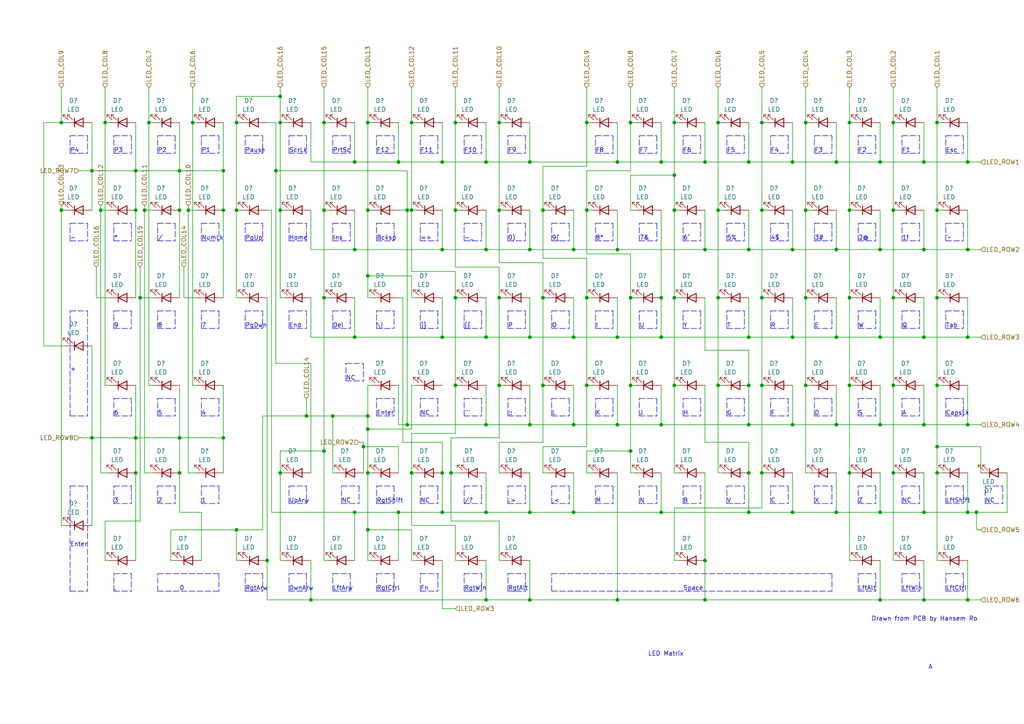
<source format=kicad_sch>
(kicad_sch (version 20211123) (generator eeschema)
  (paper "A4")
  (junction (at 106.68 80.01))
  (junction (at 191.77 123.19))
  (junction (at 166.37 97.79))
  (junction (at 280.67 97.79))
  (junction (at 217.17 148.59))
  (junction (at 195.58 111.76))
  (junction (at 26.67 49.53))
  (junction (at 153.67 173.99))
  (junction (at 81.28 35.56))
  (junction (at 220.98 60.96))
  (junction (at 64.77 49.53))
  (junction (at 96.52 120.65))
  (junction (at 267.97 173.99))
  (junction (at 140.97 173.99))
  (junction (at 217.17 111.76))
  (junction (at 259.08 111.76))
  (junction (at 118.11 60.96))
  (junction (at 208.28 60.96))
  (junction (at 102.87 46.99))
  (junction (at 191.77 97.79))
  (junction (at 242.57 123.19))
  (junction (at 191.77 46.99))
  (junction (at 132.08 111.76))
  (junction (at 271.78 35.56))
  (junction (at 246.38 60.96))
  (junction (at 220.98 35.56))
  (junction (at 153.67 72.39))
  (junction (at 220.98 137.16))
  (junction (at 115.57 46.99))
  (junction (at 217.17 123.19))
  (junction (at 233.68 111.76))
  (junction (at 81.28 137.16))
  (junction (at 128.27 72.39))
  (junction (at 208.28 111.76))
  (junction (at 259.08 60.96))
  (junction (at 195.58 50.8))
  (junction (at 204.47 162.56))
  (junction (at 204.47 46.99))
  (junction (at 182.88 130.81))
  (junction (at 106.68 60.96))
  (junction (at 255.27 148.59))
  (junction (at 179.07 97.79))
  (junction (at 43.18 35.56))
  (junction (at 242.57 97.79))
  (junction (at 52.07 137.16))
  (junction (at 144.78 111.76))
  (junction (at 153.67 123.19))
  (junction (at 140.97 97.79))
  (junction (at 280.67 46.99))
  (junction (at 39.37 49.53))
  (junction (at 144.78 35.56))
  (junction (at 153.67 46.99))
  (junction (at 170.18 111.76))
  (junction (at 93.98 86.36))
  (junction (at 106.68 35.56))
  (junction (at 255.27 46.99))
  (junction (at 64.77 127))
  (junction (at 271.78 137.16))
  (junction (at 81.28 27.94))
  (junction (at 102.87 97.79))
  (junction (at 267.97 148.59))
  (junction (at 30.48 35.56))
  (junction (at 105.41 129.54))
  (junction (at 64.77 60.96))
  (junction (at 170.18 60.96))
  (junction (at 128.27 46.99))
  (junction (at 267.97 46.99))
  (junction (at 182.88 35.56))
  (junction (at 204.47 173.99))
  (junction (at 17.78 60.96))
  (junction (at 29.21 60.96))
  (junction (at 132.08 86.36))
  (junction (at 170.18 35.56))
  (junction (at 52.07 127))
  (junction (at 242.57 72.39))
  (junction (at 52.07 60.96))
  (junction (at 179.07 72.39))
  (junction (at 39.37 137.16))
  (junction (at 233.68 86.36))
  (junction (at 220.98 111.76))
  (junction (at 204.47 72.39))
  (junction (at 166.37 148.59))
  (junction (at 39.37 60.96))
  (junction (at 242.57 46.99))
  (junction (at 54.61 60.96))
  (junction (at 153.67 97.79))
  (junction (at 255.27 72.39))
  (junction (at 255.27 123.19))
  (junction (at 208.28 86.36))
  (junction (at 179.07 123.19))
  (junction (at 229.87 97.79))
  (junction (at 153.67 148.59))
  (junction (at 115.57 148.59))
  (junction (at 271.78 111.76))
  (junction (at 182.88 86.36))
  (junction (at 267.97 123.19))
  (junction (at 90.17 173.99))
  (junction (at 166.37 123.19))
  (junction (at 119.38 35.56))
  (junction (at 233.68 60.96))
  (junction (at 40.64 86.36))
  (junction (at 229.87 123.19))
  (junction (at 102.87 72.39))
  (junction (at 132.08 35.56))
  (junction (at 93.98 60.96))
  (junction (at 195.58 86.36))
  (junction (at 195.58 60.96))
  (junction (at 106.68 124.46))
  (junction (at 157.48 86.36))
  (junction (at 140.97 46.99))
  (junction (at 144.78 60.96))
  (junction (at 166.37 72.39))
  (junction (at 77.47 162.56))
  (junction (at 106.68 120.65))
  (junction (at 246.38 111.76))
  (junction (at 191.77 86.36))
  (junction (at 68.58 60.96))
  (junction (at 52.07 49.53))
  (junction (at 229.87 148.59))
  (junction (at 81.28 60.96))
  (junction (at 179.07 46.99))
  (junction (at 106.68 153.67))
  (junction (at 280.67 123.19))
  (junction (at 102.87 148.59))
  (junction (at 242.57 148.59))
  (junction (at 271.78 60.96))
  (junction (at 246.38 86.36))
  (junction (at 80.01 49.53))
  (junction (at 119.38 60.96))
  (junction (at 93.98 130.81))
  (junction (at 68.58 153.67))
  (junction (at 267.97 97.79))
  (junction (at 208.28 35.56))
  (junction (at 119.38 137.16))
  (junction (at 157.48 111.76))
  (junction (at 144.78 86.36))
  (junction (at 68.58 35.56))
  (junction (at 41.91 60.96))
  (junction (at 128.27 97.79))
  (junction (at 217.17 97.79))
  (junction (at 130.81 137.16))
  (junction (at 128.27 137.16))
  (junction (at 128.27 148.59))
  (junction (at 259.08 35.56))
  (junction (at 280.67 173.99))
  (junction (at 157.48 60.96))
  (junction (at 118.11 123.19))
  (junction (at 246.38 35.56))
  (junction (at 140.97 72.39))
  (junction (at 271.78 129.54))
  (junction (at 88.9 120.65))
  (junction (at 229.87 46.99))
  (junction (at 217.17 137.16))
  (junction (at 93.98 35.56))
  (junction (at 229.87 72.39))
  (junction (at 259.08 137.16))
  (junction (at 255.27 173.99))
  (junction (at 283.21 148.59))
  (junction (at 259.08 86.36))
  (junction (at 179.07 173.99))
  (junction (at 170.18 86.36))
  (junction (at 55.88 35.56))
  (junction (at 26.67 127))
  (junction (at 140.97 148.59))
  (junction (at 39.37 127))
  (junction (at 233.68 35.56))
  (junction (at 217.17 72.39))
  (junction (at 191.77 148.59))
  (junction (at 255.27 97.79))
  (junction (at 182.88 111.76))
  (junction (at 140.97 123.19))
  (junction (at 267.97 72.39))
  (junction (at 195.58 35.56))
  (junction (at 246.38 137.16))
  (junction (at 17.78 35.56))
  (junction (at 132.08 60.96))
  (junction (at 280.67 148.59))
  (junction (at 217.17 46.99))
  (junction (at 280.67 72.39))
  (junction (at 271.78 86.36))
  (junction (at 106.68 137.16))
  (junction (at 220.98 86.36))
  (wire (pts (xy 204.47 72.39) (xy 217.17 72.39)))
  (wire (pts (xy 102.87 60.96) (xy 102.87 72.39)))
  (polyline (pts (xy 274.32 39.37) (xy 279.4 39.37)))
  (wire (pts (xy 233.68 60.96) (xy 234.95 60.96)))
  (polyline (pts (xy 147.32 171.45) (xy 152.4 171.45)))
  (polyline (pts (xy 172.72 146.05) (xy 172.72 140.97)))
  (wire (pts (xy 130.81 127) (xy 144.78 127)))
  (polyline (pts (xy 248.92 90.17) (xy 254 90.17)))
  (wire (pts (xy 259.08 111.76) (xy 259.08 137.16)))
  (wire (pts (xy 217.17 35.56) (xy 217.17 46.99)))
  (wire (pts (xy 220.98 137.16) (xy 220.98 147.32)))
  (wire (pts (xy 68.58 86.36) (xy 69.85 86.36)))
  (wire (pts (xy 229.87 123.19) (xy 242.57 123.19)))
  (polyline (pts (xy 71.12 69.85) (xy 76.2 69.85)))
  (polyline (pts (xy 121.92 69.85) (xy 121.92 64.77)))
  (wire (pts (xy 106.68 86.36) (xy 107.95 86.36)))
  (polyline (pts (xy 114.3 166.37) (xy 114.3 171.45)))
  (polyline (pts (xy 198.12 95.25) (xy 198.12 90.17)))
  (wire (pts (xy 52.07 60.96) (xy 52.07 86.36)))
  (polyline (pts (xy 215.9 90.17) (xy 215.9 95.25)))
  (polyline (pts (xy 20.32 39.37) (xy 25.4 39.37)))
  (wire (pts (xy 255.27 137.16) (xy 255.27 148.59)))
  (polyline (pts (xy 160.02 120.65) (xy 165.1 120.65)))
  (wire (pts (xy 271.78 25.4) (xy 271.78 35.56)))
  (wire (pts (xy 119.38 137.16) (xy 119.38 125.73)))
  (polyline (pts (xy 147.32 146.05) (xy 147.32 140.97)))
  (polyline (pts (xy 33.02 95.25) (xy 33.02 90.17)))
  (wire (pts (xy 157.48 74.93) (xy 170.18 74.93)))
  (wire (pts (xy 255.27 86.36) (xy 255.27 97.79)))
  (polyline (pts (xy 96.52 64.77) (xy 101.6 64.77)))
  (polyline (pts (xy 210.82 69.85) (xy 215.9 69.85)))
  (wire (pts (xy 182.88 111.76) (xy 184.15 111.76)))
  (polyline (pts (xy 274.32 69.85) (xy 274.32 64.77)))
  (wire (pts (xy 246.38 137.16) (xy 247.65 137.16)))
  (polyline (pts (xy 274.32 171.45) (xy 279.4 171.45)))
  (polyline (pts (xy 33.02 90.17) (xy 38.1 90.17)))
  (polyline (pts (xy 261.62 64.77) (xy 266.7 64.77)))
  (polyline (pts (xy 248.92 120.65) (xy 254 120.65)))
  (polyline (pts (xy 147.32 90.17) (xy 152.4 90.17)))
  (wire (pts (xy 55.88 25.4) (xy 55.88 35.56)))
  (wire (pts (xy 179.07 46.99) (xy 191.77 46.99)))
  (wire (pts (xy 130.81 151.13) (xy 130.81 137.16)))
  (polyline (pts (xy 274.32 140.97) (xy 279.4 140.97)))
  (polyline (pts (xy 241.3 90.17) (xy 241.3 95.25)))
  (polyline (pts (xy 83.82 69.85) (xy 83.82 64.77)))
  (polyline (pts (xy 152.4 115.57) (xy 152.4 120.65)))
  (wire (pts (xy 93.98 35.56) (xy 95.25 35.56)))
  (polyline (pts (xy 198.12 69.85) (xy 198.12 64.77)))
  (polyline (pts (xy 71.12 64.77) (xy 76.2 64.77)))
  (wire (pts (xy 204.47 35.56) (xy 204.47 46.99)))
  (wire (pts (xy 106.68 153.67) (xy 106.68 162.56)))
  (polyline (pts (xy 58.42 64.77) (xy 63.5 64.77)))
  (polyline (pts (xy 254 90.17) (xy 254 95.25)))
  (wire (pts (xy 271.78 60.96) (xy 273.05 60.96)))
  (wire (pts (xy 204.47 86.36) (xy 204.47 101.6)))
  (wire (pts (xy 119.38 137.16) (xy 119.38 152.4)))
  (wire (pts (xy 43.18 25.4) (xy 43.18 35.56)))
  (wire (pts (xy 26.67 127) (xy 39.37 127)))
  (polyline (pts (xy 228.6 39.37) (xy 228.6 44.45)))
  (wire (pts (xy 30.48 35.56) (xy 30.48 111.76)))
  (wire (pts (xy 220.98 137.16) (xy 222.25 137.16)))
  (wire (pts (xy 182.88 130.81) (xy 170.18 130.81)))
  (polyline (pts (xy 71.12 90.17) (xy 76.2 90.17)))
  (wire (pts (xy 81.28 25.4) (xy 81.28 27.94)))
  (polyline (pts (xy 121.92 120.65) (xy 127 120.65)))
  (polyline (pts (xy 121.92 44.45) (xy 121.92 39.37)))
  (polyline (pts (xy 198.12 95.25) (xy 203.2 95.25)))
  (wire (pts (xy 29.21 137.16) (xy 31.75 137.16)))
  (polyline (pts (xy 279.4 166.37) (xy 279.4 171.45)))
  (wire (pts (xy 102.87 86.36) (xy 102.87 97.79)))
  (wire (pts (xy 81.28 35.56) (xy 81.28 60.96)))
  (wire (pts (xy 78.74 148.59) (xy 102.87 148.59)))
  (polyline (pts (xy 83.82 146.05) (xy 83.82 140.97)))
  (polyline (pts (xy 210.82 44.45) (xy 215.9 44.45)))
  (polyline (pts (xy 45.72 120.65) (xy 45.72 115.57)))
  (wire (pts (xy 39.37 49.53) (xy 52.07 49.53)))
  (polyline (pts (xy 121.92 90.17) (xy 127 90.17)))
  (polyline (pts (xy 152.4 39.37) (xy 152.4 44.45)))
  (polyline (pts (xy 248.92 95.25) (xy 248.92 90.17)))
  (polyline (pts (xy 96.52 95.25) (xy 101.6 95.25)))
  (wire (pts (xy 208.28 111.76) (xy 208.28 137.16)))
  (wire (pts (xy 220.98 60.96) (xy 222.25 60.96)))
  (wire (pts (xy 220.98 60.96) (xy 220.98 86.36)))
  (wire (pts (xy 12.7 35.56) (xy 12.7 100.33)))
  (polyline (pts (xy 38.1 115.57) (xy 38.1 120.65)))
  (polyline (pts (xy 172.72 39.37) (xy 177.8 39.37)))
  (polyline (pts (xy 274.32 90.17) (xy 279.4 90.17)))
  (polyline (pts (xy 203.2 140.97) (xy 203.2 146.05)))
  (wire (pts (xy 166.37 137.16) (xy 166.37 148.59)))
  (wire (pts (xy 208.28 60.96) (xy 208.28 86.36)))
  (wire (pts (xy 204.47 111.76) (xy 204.47 128.27)))
  (polyline (pts (xy 58.42 115.57) (xy 63.5 115.57)))
  (wire (pts (xy 267.97 162.56) (xy 267.97 173.99)))
  (polyline (pts (xy 105.41 105.41) (xy 105.41 110.49)))
  (polyline (pts (xy 215.9 115.57) (xy 215.9 120.65)))
  (polyline (pts (xy 165.1 64.77) (xy 165.1 69.85)))
  (wire (pts (xy 96.52 137.16) (xy 97.79 137.16)))
  (polyline (pts (xy 33.02 171.45) (xy 38.1 171.45)))
  (wire (pts (xy 182.88 73.66) (xy 182.88 86.36)))
  (wire (pts (xy 53.34 86.36) (xy 57.15 86.36)))
  (polyline (pts (xy 236.22 39.37) (xy 241.3 39.37)))
  (wire (pts (xy 106.68 25.4) (xy 106.68 35.56)))
  (wire (pts (xy 106.68 111.76) (xy 107.95 111.76)))
  (wire (pts (xy 54.61 60.96) (xy 54.61 137.16)))
  (wire (pts (xy 166.37 60.96) (xy 166.37 72.39)))
  (wire (pts (xy 17.78 35.56) (xy 19.05 35.56)))
  (wire (pts (xy 259.08 162.56) (xy 260.35 162.56)))
  (wire (pts (xy 255.27 111.76) (xy 255.27 123.19)))
  (polyline (pts (xy 172.72 90.17) (xy 177.8 90.17)))
  (wire (pts (xy 77.47 60.96) (xy 78.74 60.96)))
  (wire (pts (xy 182.88 137.16) (xy 184.15 137.16)))
  (wire (pts (xy 195.58 147.32) (xy 220.98 147.32)))
  (polyline (pts (xy 241.3 64.77) (xy 241.3 69.85)))
  (wire (pts (xy 88.9 115.57) (xy 88.9 120.65)))
  (polyline (pts (xy 248.92 64.77) (xy 254 64.77)))
  (wire (pts (xy 90.17 105.41) (xy 90.17 137.16)))
  (wire (pts (xy 68.58 35.56) (xy 69.85 35.56)))
  (polyline (pts (xy 134.62 95.25) (xy 134.62 90.17)))
  (wire (pts (xy 220.98 35.56) (xy 220.98 60.96)))
  (polyline (pts (xy 274.32 146.05) (xy 279.4 146.05)))
  (polyline (pts (xy 160.02 64.77) (xy 165.1 64.77)))
  (wire (pts (xy 233.68 111.76) (xy 234.95 111.76)))
  (polyline (pts (xy 248.92 95.25) (xy 254 95.25)))
  (wire (pts (xy 26.67 152.4) (xy 26.67 127)))
  (polyline (pts (xy 127 140.97) (xy 127 146.05)))
  (wire (pts (xy 153.67 137.16) (xy 153.67 148.59)))
  (polyline (pts (xy 248.92 171.45) (xy 254 171.45)))
  (polyline (pts (xy 210.82 146.05) (xy 210.82 140.97)))
  (wire (pts (xy 153.67 162.56) (xy 153.67 173.99)))
  (wire (pts (xy 132.08 77.47) (xy 144.78 77.47)))
  (polyline (pts (xy 121.92 120.65) (xy 121.92 115.57)))
  (wire (pts (xy 120.65 137.16) (xy 119.38 137.16)))
  (wire (pts (xy 217.17 60.96) (xy 217.17 72.39)))
  (wire (pts (xy 242.57 148.59) (xy 255.27 148.59)))
  (polyline (pts (xy 177.8 90.17) (xy 177.8 95.25)))
  (polyline (pts (xy 71.12 95.25) (xy 71.12 90.17)))
  (wire (pts (xy 157.48 137.16) (xy 158.75 137.16)))
  (wire (pts (xy 157.48 129.54) (xy 157.48 137.16)))
  (polyline (pts (xy 190.5 64.77) (xy 190.5 69.85)))
  (wire (pts (xy 182.88 86.36) (xy 182.88 111.76)))
  (polyline (pts (xy 134.62 44.45) (xy 139.7 44.45)))
  (polyline (pts (xy 114.3 39.37) (xy 114.3 44.45)))
  (wire (pts (xy 217.17 111.76) (xy 217.17 123.19)))
  (wire (pts (xy 259.08 60.96) (xy 259.08 86.36)))
  (polyline (pts (xy 254 39.37) (xy 254 44.45)))
  (wire (pts (xy 68.58 153.67) (xy 68.58 162.56)))
  (wire (pts (xy 179.07 35.56) (xy 179.07 46.99)))
  (wire (pts (xy 195.58 111.76) (xy 195.58 137.16)))
  (polyline (pts (xy 241.3 140.97) (xy 241.3 146.05)))
  (wire (pts (xy 166.37 97.79) (xy 179.07 97.79)))
  (wire (pts (xy 76.2 120.65) (xy 76.2 153.67)))
  (wire (pts (xy 233.68 35.56) (xy 233.68 60.96)))
  (wire (pts (xy 140.97 46.99) (xy 153.67 46.99)))
  (wire (pts (xy 119.38 35.56) (xy 119.38 60.96)))
  (polyline (pts (xy 76.2 39.37) (xy 76.2 44.45)))
  (wire (pts (xy 130.81 137.16) (xy 130.81 127)))
  (wire (pts (xy 144.78 111.76) (xy 146.05 111.76)))
  (wire (pts (xy 267.97 72.39) (xy 280.67 72.39)))
  (wire (pts (xy 179.07 137.16) (xy 179.07 173.99)))
  (polyline (pts (xy 210.82 90.17) (xy 215.9 90.17)))
  (wire (pts (xy 128.27 176.53) (xy 132.08 176.53)))
  (wire (pts (xy 106.68 60.96) (xy 107.95 60.96)))
  (wire (pts (xy 30.48 162.56) (xy 30.48 151.13)))
  (wire (pts (xy 267.97 148.59) (xy 280.67 148.59)))
  (wire (pts (xy 280.67 72.39) (xy 284.48 72.39)))
  (polyline (pts (xy 261.62 44.45) (xy 261.62 39.37)))
  (polyline (pts (xy 71.12 95.25) (xy 76.2 95.25)))
  (polyline (pts (xy 223.52 44.45) (xy 228.6 44.45)))
  (wire (pts (xy 40.64 86.36) (xy 44.45 86.36)))
  (polyline (pts (xy 109.22 146.05) (xy 109.22 140.97)))
  (polyline (pts (xy 134.62 146.05) (xy 139.7 146.05)))
  (wire (pts (xy 119.38 60.96) (xy 119.38 78.74)))
  (polyline (pts (xy 100.33 105.41) (xy 105.41 105.41)))
  (wire (pts (xy 115.57 60.96) (xy 118.11 60.96)))
  (polyline (pts (xy 96.52 171.45) (xy 101.6 171.45)))
  (wire (pts (xy 259.08 35.56) (xy 259.08 60.96)))
  (polyline (pts (xy 76.2 90.17) (xy 76.2 95.25)))
  (wire (pts (xy 88.9 120.65) (xy 76.2 120.65)))
  (polyline (pts (xy 63.5 166.37) (xy 63.5 171.45)))
  (wire (pts (xy 93.98 60.96) (xy 95.25 60.96)))
  (polyline (pts (xy 185.42 69.85) (xy 185.42 64.77)))
  (polyline (pts (xy 160.02 166.37) (xy 241.3 166.37)))
  (polyline (pts (xy 185.42 44.45) (xy 185.42 39.37)))
  (wire (pts (xy 220.98 111.76) (xy 220.98 137.16)))
  (wire (pts (xy 217.17 97.79) (xy 229.87 97.79)))
  (wire (pts (xy 144.78 151.13) (xy 130.81 151.13)))
  (wire (pts (xy 132.08 78.74) (xy 132.08 86.36)))
  (polyline (pts (xy 266.7 166.37) (xy 266.7 171.45)))
  (wire (pts (xy 271.78 129.54) (xy 271.78 137.16)))
  (polyline (pts (xy 160.02 171.45) (xy 241.3 171.45)))
  (polyline (pts (xy 261.62 90.17) (xy 266.7 90.17)))
  (wire (pts (xy 246.38 137.16) (xy 246.38 162.56)))
  (polyline (pts (xy 99.06 140.97) (xy 104.14 140.97)))
  (polyline (pts (xy 134.62 90.17) (xy 139.7 90.17)))
  (polyline (pts (xy 38.1 90.17) (xy 38.1 95.25)))
  (polyline (pts (xy 58.42 39.37) (xy 63.5 39.37)))
  (wire (pts (xy 191.77 35.56) (xy 191.77 46.99)))
  (wire (pts (xy 182.88 35.56) (xy 184.15 35.56)))
  (polyline (pts (xy 261.62 146.05) (xy 266.7 146.05)))
  (wire (pts (xy 17.78 60.96) (xy 19.05 60.96)))
  (wire (pts (xy 242.57 60.96) (xy 242.57 72.39)))
  (polyline (pts (xy 96.52 166.37) (xy 101.6 166.37)))
  (wire (pts (xy 246.38 86.36) (xy 247.65 86.36)))
  (polyline (pts (xy 210.82 115.57) (xy 215.9 115.57)))
  (polyline (pts (xy 121.92 171.45) (xy 121.92 166.37)))
  (polyline (pts (xy 96.52 39.37) (xy 101.6 39.37)))
  (wire (pts (xy 195.58 147.32) (xy 195.58 162.56)))
  (wire (pts (xy 68.58 27.94) (xy 68.58 35.56)))
  (wire (pts (xy 29.21 60.96) (xy 29.21 137.16)))
  (polyline (pts (xy 134.62 120.65) (xy 139.7 120.65)))
  (wire (pts (xy 132.08 86.36) (xy 133.35 86.36)))
  (wire (pts (xy 81.28 35.56) (xy 82.55 35.56)))
  (polyline (pts (xy 100.33 110.49) (xy 100.33 105.41)))
  (wire (pts (xy 140.97 72.39) (xy 153.67 72.39)))
  (polyline (pts (xy 241.3 39.37) (xy 241.3 44.45)))
  (polyline (pts (xy 203.2 115.57) (xy 203.2 120.65)))
  (wire (pts (xy 179.07 60.96) (xy 179.07 72.39)))
  (wire (pts (xy 153.67 123.19) (xy 166.37 123.19)))
  (polyline (pts (xy 254 140.97) (xy 254 146.05)))
  (polyline (pts (xy 254 166.37) (xy 254 171.45)))
  (wire (pts (xy 106.68 80.01) (xy 106.68 86.36)))
  (polyline (pts (xy 58.42 146.05) (xy 58.42 140.97)))
  (polyline (pts (xy 63.5 39.37) (xy 63.5 44.45)))
  (wire (pts (xy 17.78 152.4) (xy 19.05 152.4)))
  (polyline (pts (xy 63.5 140.97) (xy 63.5 146.05)))
  (polyline (pts (xy 58.42 44.45) (xy 63.5 44.45)))
  (polyline (pts (xy 228.6 90.17) (xy 228.6 95.25)))
  (polyline (pts (xy 203.2 64.77) (xy 203.2 69.85)))
  (wire (pts (xy 119.38 152.4) (xy 132.08 152.4)))
  (polyline (pts (xy 20.32 171.45) (xy 20.32 140.97)))
  (polyline (pts (xy 45.72 69.85) (xy 50.8 69.85)))
  (wire (pts (xy 104.14 128.27) (xy 105.41 128.27)))
  (polyline (pts (xy 147.32 171.45) (xy 147.32 166.37)))
  (wire (pts (xy 208.28 25.4) (xy 208.28 35.56)))
  (wire (pts (xy 22.86 49.53) (xy 26.67 49.53)))
  (wire (pts (xy 255.27 60.96) (xy 255.27 72.39)))
  (wire (pts (xy 81.28 60.96) (xy 81.28 86.36)))
  (wire (pts (xy 292.1 137.16) (xy 292.1 148.59)))
  (polyline (pts (xy 147.32 44.45) (xy 147.32 39.37)))
  (wire (pts (xy 96.52 120.65) (xy 96.52 137.16)))
  (wire (pts (xy 30.48 111.76) (xy 31.75 111.76)))
  (wire (pts (xy 246.38 35.56) (xy 246.38 60.96)))
  (polyline (pts (xy 58.42 95.25) (xy 58.42 90.17)))
  (polyline (pts (xy 147.32 120.65) (xy 152.4 120.65)))
  (wire (pts (xy 27.94 86.36) (xy 27.94 77.47)))
  (wire (pts (xy 259.08 137.16) (xy 260.35 137.16)))
  (wire (pts (xy 267.97 137.16) (xy 267.97 148.59)))
  (wire (pts (xy 271.78 35.56) (xy 271.78 60.96)))
  (wire (pts (xy 195.58 25.4) (xy 195.58 35.56)))
  (wire (pts (xy 115.57 148.59) (xy 128.27 148.59)))
  (wire (pts (xy 242.57 72.39) (xy 255.27 72.39)))
  (polyline (pts (xy 139.7 90.17) (xy 139.7 95.25)))
  (wire (pts (xy 195.58 60.96) (xy 196.85 60.96)))
  (wire (pts (xy 259.08 35.56) (xy 259.08 25.4)))
  (polyline (pts (xy 228.6 115.57) (xy 228.6 120.65)))
  (polyline (pts (xy 210.82 95.25) (xy 210.82 90.17)))
  (polyline (pts (xy 71.12 69.85) (xy 71.12 64.77)))
  (wire (pts (xy 153.67 35.56) (xy 153.67 46.99)))
  (polyline (pts (xy 38.1 166.37) (xy 38.1 171.45)))
  (polyline (pts (xy 109.22 39.37) (xy 114.3 39.37)))
  (wire (pts (xy 271.78 60.96) (xy 271.78 86.36)))
  (polyline (pts (xy 172.72 64.77) (xy 177.8 64.77)))
  (wire (pts (xy 39.37 49.53) (xy 39.37 35.56)))
  (wire (pts (xy 153.67 148.59) (xy 166.37 148.59)))
  (wire (pts (xy 118.11 60.96) (xy 118.11 123.19)))
  (wire (pts (xy 17.78 25.4) (xy 17.78 35.56)))
  (polyline (pts (xy 83.82 140.97) (xy 88.9 140.97)))
  (polyline (pts (xy 121.92 146.05) (xy 127 146.05)))
  (polyline (pts (xy 198.12 146.05) (xy 203.2 146.05)))
  (polyline (pts (xy 45.72 146.05) (xy 50.8 146.05)))
  (polyline (pts (xy 71.12 171.45) (xy 76.2 171.45)))
  (wire (pts (xy 229.87 137.16) (xy 229.87 148.59)))
  (polyline (pts (xy 236.22 120.65) (xy 236.22 115.57)))
  (polyline (pts (xy 109.22 95.25) (xy 114.3 95.25)))
  (wire (pts (xy 144.78 25.4) (xy 144.78 35.56)))
  (wire (pts (xy 233.68 35.56) (xy 234.95 35.56)))
  (wire (pts (xy 132.08 86.36) (xy 132.08 111.76)))
  (wire (pts (xy 191.77 137.16) (xy 191.77 148.59)))
  (polyline (pts (xy 58.42 90.17) (xy 63.5 90.17)))
  (polyline (pts (xy 147.32 140.97) (xy 152.4 140.97)))
  (wire (pts (xy 80.01 105.41) (xy 90.17 105.41)))
  (polyline (pts (xy 223.52 146.05) (xy 228.6 146.05)))
  (wire (pts (xy 246.38 86.36) (xy 246.38 111.76)))
  (polyline (pts (xy 38.1 64.77) (xy 38.1 69.85)))
  (polyline (pts (xy 248.92 44.45) (xy 254 44.45)))
  (polyline (pts (xy 50.8 140.97) (xy 50.8 146.05)))
  (polyline (pts (xy 223.52 44.45) (xy 223.52 39.37)))
  (wire (pts (xy 217.17 123.19) (xy 229.87 123.19)))
  (polyline (pts (xy 121.92 64.77) (xy 127 64.77)))
  (polyline (pts (xy 223.52 95.25) (xy 223.52 90.17)))
  (wire (pts (xy 191.77 111.76) (xy 191.77 123.19)))
  (polyline (pts (xy 177.8 39.37) (xy 177.8 44.45)))
  (wire (pts (xy 191.77 86.36) (xy 191.77 97.79)))
  (polyline (pts (xy 160.02 90.17) (xy 165.1 90.17)))
  (wire (pts (xy 182.88 35.56) (xy 182.88 49.53)))
  (wire (pts (xy 39.37 49.53) (xy 39.37 60.96)))
  (wire (pts (xy 182.88 111.76) (xy 182.88 130.81)))
  (wire (pts (xy 132.08 35.56) (xy 132.08 60.96)))
  (wire (pts (xy 195.58 162.56) (xy 196.85 162.56)))
  (polyline (pts (xy 20.32 69.85) (xy 20.32 64.77)))
  (polyline (pts (xy 147.32 39.37) (xy 152.4 39.37)))
  (wire (pts (xy 90.17 97.79) (xy 102.87 97.79)))
  (polyline (pts (xy 50.8 39.37) (xy 50.8 44.45)))
  (polyline (pts (xy 215.9 140.97) (xy 215.9 146.05)))
  (polyline (pts (xy 114.3 44.45) (xy 113.03 44.45)))
  (wire (pts (xy 229.87 46.99) (xy 242.57 46.99)))
  (polyline (pts (xy 71.12 166.37) (xy 76.2 166.37)))
  (polyline (pts (xy 223.52 115.57) (xy 228.6 115.57)))
  (wire (pts (xy 242.57 137.16) (xy 242.57 148.59)))
  (polyline (pts (xy 261.62 95.25) (xy 261.62 90.17)))
  (wire (pts (xy 179.07 86.36) (xy 179.07 97.79)))
  (wire (pts (xy 242.57 97.79) (xy 255.27 97.79)))
  (polyline (pts (xy 121.92 146.05) (xy 121.92 140.97)))
  (polyline (pts (xy 198.12 120.65) (xy 198.12 115.57)))
  (polyline (pts (xy 152.4 64.77) (xy 152.4 69.85)))
  (wire (pts (xy 153.67 86.36) (xy 153.67 97.79)))
  (polyline (pts (xy 76.2 64.77) (xy 76.2 69.85)))
  (wire (pts (xy 255.27 97.79) (xy 267.97 97.79)))
  (wire (pts (xy 39.37 127) (xy 39.37 111.76)))
  (wire (pts (xy 58.42 148.59) (xy 58.42 162.56)))
  (polyline (pts (xy 45.72 171.45) (xy 45.72 166.37)))
  (wire (pts (xy 119.38 86.36) (xy 120.65 86.36)))
  (wire (pts (xy 166.37 123.19) (xy 179.07 123.19)))
  (wire (pts (xy 140.97 123.19) (xy 153.67 123.19)))
  (polyline (pts (xy 33.02 44.45) (xy 33.02 39.37)))
  (polyline (pts (xy 109.22 90.17) (xy 114.3 90.17)))
  (wire (pts (xy 132.08 60.96) (xy 133.35 60.96)))
  (wire (pts (xy 64.77 35.56) (xy 64.77 49.53)))
  (polyline (pts (xy 20.32 69.85) (xy 25.4 69.85)))
  (polyline (pts (xy 134.62 171.45) (xy 139.7 171.45)))
  (polyline (pts (xy 33.02 171.45) (xy 33.02 166.37)))
  (wire (pts (xy 259.08 86.36) (xy 260.35 86.36)))
  (polyline (pts (xy 172.72 120.65) (xy 172.72 115.57)))
  (wire (pts (xy 179.07 72.39) (xy 204.47 72.39)))
  (polyline (pts (xy 274.32 120.65) (xy 279.4 120.65)))
  (polyline (pts (xy 172.72 69.85) (xy 177.8 69.85)))
  (wire (pts (xy 52.07 127) (xy 52.07 111.76)))
  (wire (pts (xy 166.37 72.39) (xy 179.07 72.39)))
  (wire (pts (xy 54.61 59.69) (xy 54.61 60.96)))
  (polyline (pts (xy 261.62 120.65) (xy 261.62 115.57)))
  (polyline (pts (xy 198.12 146.05) (xy 198.12 140.97)))
  (wire (pts (xy 267.97 46.99) (xy 280.67 46.99)))
  (wire (pts (xy 204.47 137.16) (xy 204.47 162.56)))
  (wire (pts (xy 140.97 97.79) (xy 153.67 97.79)))
  (polyline (pts (xy 236.22 69.85) (xy 236.22 64.77)))
  (polyline (pts (xy 261.62 115.57) (xy 266.7 115.57)))
  (polyline (pts (xy 83.82 39.37) (xy 88.9 39.37)))
  (polyline (pts (xy 45.72 44.45) (xy 50.8 44.45)))
  (polyline (pts (xy 45.72 166.37) (xy 63.5 166.37)))
  (wire (pts (xy 195.58 50.8) (xy 195.58 60.96)))
  (wire (pts (xy 267.97 86.36) (xy 267.97 97.79)))
  (polyline (pts (xy 58.42 120.65) (xy 63.5 120.65)))
  (polyline (pts (xy 274.32 166.37) (xy 279.4 166.37)))
  (polyline (pts (xy 160.02 115.57) (xy 165.1 115.57)))
  (polyline (pts (xy 71.12 44.45) (xy 71.12 39.37)))
  (polyline (pts (xy 285.75 140.97) (xy 290.83 140.97)))
  (polyline (pts (xy 261.62 39.37) (xy 266.7 39.37)))
  (polyline (pts (xy 25.4 140.97) (xy 25.4 171.45)))
  (wire (pts (xy 68.58 35.56) (xy 68.58 60.96)))
  (polyline (pts (xy 285.75 146.05) (xy 290.83 146.05)))
  (wire (pts (xy 204.47 162.56) (xy 204.47 173.99)))
  (wire (pts (xy 144.78 162.56) (xy 144.78 151.13)))
  (polyline (pts (xy 109.22 69.85) (xy 109.22 64.77)))
  (polyline (pts (xy 45.72 115.57) (xy 50.8 115.57)))
  (wire (pts (xy 195.58 86.36) (xy 196.85 86.36)))
  (wire (pts (xy 284.48 129.54) (xy 271.78 129.54)))
  (polyline (pts (xy 241.3 115.57) (xy 241.3 120.65)))
  (polyline (pts (xy 274.32 64.77) (xy 279.4 64.77)))
  (polyline (pts (xy 147.32 44.45) (xy 152.4 44.45)))
  (wire (pts (xy 229.87 111.76) (xy 229.87 123.19)))
  (polyline (pts (xy 127 166.37) (xy 127 171.45)))
  (polyline (pts (xy 101.6 39.37) (xy 101.6 44.45)))
  (wire (pts (xy 78.74 60.96) (xy 78.74 148.59)))
  (wire (pts (xy 140.97 173.99) (xy 90.17 173.99)))
  (polyline (pts (xy 236.22 140.97) (xy 241.3 140.97)))
  (polyline (pts (xy 101.6 64.77) (xy 101.6 69.85)))
  (wire (pts (xy 182.88 50.8) (xy 195.58 50.8)))
  (polyline (pts (xy 139.7 64.77) (xy 139.7 69.85)))
  (polyline (pts (xy 33.02 146.05) (xy 38.1 146.05)))
  (wire (pts (xy 128.27 137.16) (xy 128.27 148.59)))
  (polyline (pts (xy 223.52 64.77) (xy 228.6 64.77)))
  (wire (pts (xy 246.38 25.4) (xy 246.38 35.56)))
  (polyline (pts (xy 121.92 44.45) (xy 127 44.45)))
  (wire (pts (xy 68.58 60.96) (xy 69.85 60.96)))
  (polyline (pts (xy 177.8 115.57) (xy 177.8 120.65)))
  (wire (pts (xy 157.48 111.76) (xy 157.48 128.27)))
  (wire (pts (xy 128.27 128.27) (xy 128.27 137.16)))
  (polyline (pts (xy 279.4 140.97) (xy 279.4 146.05)))
  (wire (pts (xy 132.08 35.56) (xy 133.35 35.56)))
  (wire (pts (xy 220.98 35.56) (xy 222.25 35.56)))
  (wire (pts (xy 119.38 111.76) (xy 120.65 111.76)))
  (polyline (pts (xy 134.62 120.65) (xy 134.62 115.57)))
  (wire (pts (xy 255.27 162.56) (xy 255.27 173.99)))
  (wire (pts (xy 204.47 60.96) (xy 204.47 72.39)))
  (wire (pts (xy 39.37 137.16) (xy 39.37 162.56)))
  (wire (pts (xy 204.47 128.27) (xy 217.17 128.27)))
  (wire (pts (xy 144.78 86.36) (xy 146.05 86.36)))
  (wire (pts (xy 115.57 46.99) (xy 128.27 46.99)))
  (wire (pts (xy 208.28 137.16) (xy 209.55 137.16)))
  (wire (pts (xy 208.28 60.96) (xy 209.55 60.96)))
  (wire (pts (xy 195.58 137.16) (xy 196.85 137.16)))
  (wire (pts (xy 170.18 86.36) (xy 170.18 111.76)))
  (polyline (pts (xy 160.02 95.25) (xy 165.1 95.25)))
  (wire (pts (xy 153.67 46.99) (xy 179.07 46.99)))
  (wire (pts (xy 81.28 27.94) (xy 81.28 35.56)))
  (wire (pts (xy 255.27 148.59) (xy 267.97 148.59)))
  (polyline (pts (xy 83.82 90.17) (xy 88.9 90.17)))
  (wire (pts (xy 106.68 120.65) (xy 96.52 120.65)))
  (wire (pts (xy 119.38 162.56) (xy 120.65 162.56)))
  (polyline (pts (xy 88.9 166.37) (xy 88.9 171.45)))
  (wire (pts (xy 43.18 35.56) (xy 44.45 35.56)))
  (polyline (pts (xy 96.52 90.17) (xy 101.6 90.17)))
  (polyline (pts (xy 152.4 140.97) (xy 152.4 146.05)))
  (wire (pts (xy 107.95 137.16) (xy 106.68 137.16)))
  (wire (pts (xy 64.77 127) (xy 64.77 137.16)))
  (polyline (pts (xy 185.42 69.85) (xy 190.5 69.85)))
  (polyline (pts (xy 45.72 39.37) (xy 50.8 39.37)))
  (wire (pts (xy 40.64 77.47) (xy 40.64 86.36)))
  (polyline (pts (xy 172.72 95.25) (xy 177.8 95.25)))
  (polyline (pts (xy 83.82 146.05) (xy 88.9 146.05)))
  (wire (pts (xy 208.28 86.36) (xy 209.55 86.36)))
  (wire (pts (xy 179.07 111.76) (xy 179.07 123.19)))
  (wire (pts (xy 30.48 151.13) (xy 40.64 151.13)))
  (polyline (pts (xy 236.22 115.57) (xy 241.3 115.57)))
  (polyline (pts (xy 185.42 120.65) (xy 190.5 120.65)))
  (polyline (pts (xy 96.52 69.85) (xy 96.52 64.77)))
  (polyline (pts (xy 152.4 166.37) (xy 152.4 171.45)))
  (polyline (pts (xy 96.52 44.45) (xy 101.6 44.45)))
  (wire (pts (xy 284.48 137.16) (xy 284.48 129.54)))
  (wire (pts (xy 191.77 123.19) (xy 217.17 123.19)))
  (wire (pts (xy 55.88 111.76) (xy 57.15 111.76)))
  (wire (pts (xy 170.18 86.36) (xy 171.45 86.36)))
  (polyline (pts (xy 20.32 44.45) (xy 20.32 39.37)))
  (polyline (pts (xy 236.22 44.45) (xy 236.22 39.37)))
  (wire (pts (xy 81.28 60.96) (xy 82.55 60.96)))
  (polyline (pts (xy 236.22 64.77) (xy 241.3 64.77)))
  (polyline (pts (xy 121.92 95.25) (xy 121.92 90.17)))
  (wire (pts (xy 283.21 153.67) (xy 284.48 153.67)))
  (polyline (pts (xy 121.92 115.57) (xy 127 115.57)))
  (polyline (pts (xy 45.72 95.25) (xy 45.72 90.17)))
  (polyline (pts (xy 160.02 95.25) (xy 160.02 90.17)))
  (polyline (pts (xy 127 90.17) (xy 127 95.25)))
  (wire (pts (xy 115.57 111.76) (xy 115.57 123.19)))
  (polyline (pts (xy 109.22 166.37) (xy 114.3 166.37)))
  (polyline (pts (xy 50.8 90.17) (xy 50.8 95.25)))
  (polyline (pts (xy 254 64.77) (xy 254 69.85)))
  (polyline (pts (xy 33.02 115.57) (xy 38.1 115.57)))
  (polyline (pts (xy 50.8 115.57) (xy 50.8 120.65)))
  (polyline (pts (xy 114.3 90.17) (xy 114.3 95.25)))
  (polyline (pts (xy 20.32 90.17) (xy 25.4 90.17)))
  (polyline (pts (xy 63.5 90.17) (xy 63.5 95.25)))
  (polyline (pts (xy 160.02 140.97) (xy 165.1 140.97)))
  (wire (pts (xy 260.35 35.56) (xy 259.08 35.56)))
  (polyline (pts (xy 45.72 44.45) (xy 45.72 39.37)))
  (polyline (pts (xy 223.52 146.05) (xy 223.52 140.97)))
  (polyline (pts (xy 58.42 95.25) (xy 63.5 95.25)))
  (wire (pts (xy 280.67 148.59) (xy 283.21 148.59)))
  (wire (pts (xy 144.78 128.27) (xy 144.78 137.16)))
  (wire (pts (xy 140.97 173.99) (xy 153.67 173.99)))
  (wire (pts (xy 132.08 111.76) (xy 133.35 111.76)))
  (wire (pts (xy 106.68 120.65) (xy 106.68 111.76)))
  (polyline (pts (xy 96.52 44.45) (xy 96.52 39.37)))
  (wire (pts (xy 128.27 148.59) (xy 140.97 148.59)))
  (polyline (pts (xy 45.72 120.65) (xy 50.8 120.65)))
  (polyline (pts (xy 71.12 171.45) (xy 71.12 166.37)))
  (polyline (pts (xy 114.3 64.77) (xy 114.3 69.85)))
  (polyline (pts (xy 134.62 115.57) (xy 139.7 115.57)))
  (polyline (pts (xy 99.06 146.05) (xy 104.14 146.05)))
  (polyline (pts (xy 172.72 44.45) (xy 172.72 39.37)))
  (wire (pts (xy 102.87 72.39) (xy 128.27 72.39)))
  (wire (pts (xy 80.01 49.53) (xy 80.01 105.41)))
  (wire (pts (xy 115.57 123.19) (xy 118.11 123.19)))
  (wire (pts (xy 144.78 77.47) (xy 144.78 86.36)))
  (polyline (pts (xy 20.32 171.45) (xy 25.4 171.45)))
  (wire (pts (xy 93.98 25.4) (xy 93.98 35.56)))
  (polyline (pts (xy 121.92 95.25) (xy 127 95.25)))
  (wire (pts (xy 157.48 86.36) (xy 157.48 76.2)))
  (polyline (pts (xy 121.92 166.37) (xy 127 166.37)))
  (polyline (pts (xy 83.82 95.25) (xy 88.9 95.25)))
  (wire (pts (xy 106.68 153.67) (xy 119.38 153.67)))
  (wire (pts (xy 41.91 60.96) (xy 41.91 137.16)))
  (wire (pts (xy 52.07 148.59) (xy 58.42 148.59)))
  (polyline (pts (xy 38.1 39.37) (xy 38.1 44.45)))
  (wire (pts (xy 267.97 123.19) (xy 280.67 123.19)))
  (wire (pts (xy 170.18 73.66) (xy 182.88 73.66)))
  (polyline (pts (xy 266.7 39.37) (xy 266.7 44.45)))
  (wire (pts (xy 77.47 86.36) (xy 77.47 162.56)))
  (wire (pts (xy 153.67 60.96) (xy 153.67 72.39)))
  (polyline (pts (xy 185.42 140.97) (xy 190.5 140.97)))
  (polyline (pts (xy 185.42 90.17) (xy 190.5 90.17)))
  (polyline (pts (xy 45.72 140.97) (xy 50.8 140.97)))
  (wire (pts (xy 52.07 35.56) (xy 52.07 49.53)))
  (polyline (pts (xy 198.12 69.85) (xy 203.2 69.85)))
  (wire (pts (xy 31.75 162.56) (xy 30.48 162.56)))
  (wire (pts (xy 208.28 111.76) (xy 209.55 111.76)))
  (wire (pts (xy 140.97 148.59) (xy 153.67 148.59)))
  (wire (pts (xy 12.7 100.33) (xy 19.05 100.33)))
  (polyline (pts (xy 109.22 120.65) (xy 109.22 115.57)))
  (wire (pts (xy 233.68 86.36) (xy 234.95 86.36)))
  (wire (pts (xy 280.67 97.79) (xy 284.48 97.79)))
  (wire (pts (xy 182.88 86.36) (xy 184.15 86.36)))
  (wire (pts (xy 144.78 35.56) (xy 146.05 35.56)))
  (polyline (pts (xy 160.02 120.65) (xy 160.02 115.57)))
  (polyline (pts (xy 134.62 44.45) (xy 134.62 39.37)))
  (polyline (pts (xy 261.62 140.97) (xy 266.7 140.97)))
  (polyline (pts (xy 190.5 140.97) (xy 190.5 146.05)))
  (polyline (pts (xy 147.32 64.77) (xy 152.4 64.77)))
  (wire (pts (xy 55.88 35.56) (xy 57.15 35.56)))
  (polyline (pts (xy 210.82 120.65) (xy 210.82 115.57)))
  (wire (pts (xy 52.07 127) (xy 52.07 137.16)))
  (polyline (pts (xy 210.82 140.97) (xy 215.9 140.97)))
  (polyline (pts (xy 160.02 69.85) (xy 165.1 69.85)))
  (polyline (pts (xy 185.42 39.37) (xy 190.5 39.37)))
  (polyline (pts (xy 139.7 39.37) (xy 139.7 44.45)))
  (polyline (pts (xy 127 64.77) (xy 127 69.85)))
  (wire (pts (xy 153.67 173.99) (xy 179.07 173.99)))
  (wire (pts (xy 52.07 127) (xy 64.77 127)))
  (polyline (pts (xy 172.72 69.85) (xy 172.72 64.77)))
  (polyline (pts (xy 139.7 140.97) (xy 139.7 146.05)))
  (polyline (pts (xy 20.32 44.45) (xy 25.4 44.45)))
  (wire (pts (xy 267.97 60.96) (xy 267.97 72.39)))
  (polyline (pts (xy 63.5 64.77) (xy 63.5 69.85)))
  (wire (pts (xy 93.98 130.81) (xy 93.98 162.56)))
  (wire (pts (xy 153.67 72.39) (xy 166.37 72.39)))
  (polyline (pts (xy 109.22 64.77) (xy 114.3 64.77)))
  (wire (pts (xy 105.41 128.27) (xy 105.41 129.54)))
  (wire (pts (xy 115.57 35.56) (xy 115.57 46.99)))
  (wire (pts (xy 102.87 35.56) (xy 102.87 46.99)))
  (polyline (pts (xy 279.4 115.57) (xy 279.4 120.65)))
  (wire (pts (xy 170.18 60.96) (xy 170.18 73.66)))
  (wire (pts (xy 140.97 35.56) (xy 140.97 46.99)))
  (polyline (pts (xy 210.82 44.45) (xy 210.82 39.37)))
  (wire (pts (xy 220.98 25.4) (xy 220.98 35.56)))
  (wire (pts (xy 128.27 72.39) (xy 140.97 72.39)))
  (polyline (pts (xy 236.22 146.05) (xy 236.22 140.97)))
  (polyline (pts (xy 185.42 146.05) (xy 190.5 146.05)))
  (wire (pts (xy 106.68 80.01) (xy 119.38 80.01)))
  (wire (pts (xy 140.97 137.16) (xy 140.97 148.59)))
  (wire (pts (xy 41.91 137.16) (xy 44.45 137.16)))
  (polyline (pts (xy 236.22 69.85) (xy 241.3 69.85)))
  (wire (pts (xy 106.68 120.65) (xy 106.68 124.46)))
  (wire (pts (xy 116.84 128.27) (xy 128.27 128.27)))
  (wire (pts (xy 182.88 50.8) (xy 182.88 60.96)))
  (polyline (pts (xy 266.7 90.17) (xy 266.7 95.25)))
  (wire (pts (xy 119.38 125.73) (xy 132.08 125.73)))
  (wire (pts (xy 130.81 137.16) (xy 133.35 137.16)))
  (polyline (pts (xy 45.72 95.25) (xy 50.8 95.25)))
  (wire (pts (xy 259.08 137.16) (xy 259.08 162.56)))
  (polyline (pts (xy 109.22 146.05) (xy 114.3 146.05)))
  (wire (pts (xy 93.98 86.36) (xy 95.25 86.36)))
  (polyline (pts (xy 210.82 69.85) (xy 210.82 64.77)))
  (wire (pts (xy 242.57 86.36) (xy 242.57 97.79)))
  (wire (pts (xy 81.28 86.36) (xy 82.55 86.36)))
  (polyline (pts (xy 147.32 166.37) (xy 152.4 166.37)))
  (polyline (pts (xy 152.4 90.17) (xy 152.4 95.25)))
  (wire (pts (xy 140.97 162.56) (xy 140.97 173.99)))
  (polyline (pts (xy 198.12 120.65) (xy 203.2 120.65)))
  (polyline (pts (xy 210.82 146.05) (xy 215.9 146.05)))
  (wire (pts (xy 280.67 111.76) (xy 280.67 123.19)))
  (wire (pts (xy 259.08 86.36) (xy 259.08 111.76)))
  (wire (pts (xy 118.11 123.19) (xy 140.97 123.19)))
  (wire (pts (xy 280.67 46.99) (xy 284.48 46.99)))
  (wire (pts (xy 280.67 35.56) (xy 280.67 46.99)))
  (polyline (pts (xy 33.02 64.77) (xy 38.1 64.77)))
  (polyline (pts (xy 147.32 95.25) (xy 152.4 95.25)))
  (wire (pts (xy 166.37 111.76) (xy 166.37 123.19)))
  (polyline (pts (xy 88.9 39.37) (xy 88.9 44.45)))
  (polyline (pts (xy 248.92 146.05) (xy 248.92 140.97)))
  (wire (pts (xy 283.21 148.59) (xy 292.1 148.59)))
  (wire (pts (xy 90.17 46.99) (xy 102.87 46.99)))
  (polyline (pts (xy 241.3 166.37) (xy 241.3 171.45)))
  (wire (pts (xy 132.08 25.4) (xy 132.08 35.56)))
  (wire (pts (xy 255.27 123.19) (xy 267.97 123.19)))
  (wire (pts (xy 115.57 86.36) (xy 116.84 86.36)))
  (polyline (pts (xy 248.92 171.45) (xy 248.92 166.37)))
  (wire (pts (xy 229.87 60.96) (xy 229.87 72.39)))
  (polyline (pts (xy 228.6 140.97) (xy 228.6 146.05)))
  (wire (pts (xy 119.38 124.46) (xy 119.38 111.76)))
  (polyline (pts (xy 165.1 90.17) (xy 165.1 95.25)))
  (polyline (pts (xy 76.2 166.37) (xy 76.2 171.45)))
  (polyline (pts (xy 261.62 146.05) (xy 261.62 140.97)))
  (wire (pts (xy 233.68 86.36) (xy 233.68 111.76)))
  (polyline (pts (xy 96.52 69.85) (xy 101.6 69.85)))
  (polyline (pts (xy 198.12 44.45) (xy 203.2 44.45)))
  (wire (pts (xy 12.7 35.56) (xy 17.78 35.56)))
  (wire (pts (xy 255.27 46.99) (xy 267.97 46.99)))
  (polyline (pts (xy 185.42 120.65) (xy 185.42 115.57)))
  (polyline (pts (xy 20.32 120.65) (xy 20.32 90.17)))
  (wire (pts (xy 144.78 127) (xy 144.78 111.76)))
  (polyline (pts (xy 165.1 140.97) (xy 165.1 146.05)))
  (wire (pts (xy 280.67 86.36) (xy 280.67 97.79)))
  (polyline (pts (xy 147.32 69.85) (xy 147.32 64.77)))
  (polyline (pts (xy 236.22 44.45) (xy 241.3 44.45)))
  (wire (pts (xy 157.48 86.36) (xy 157.48 111.76)))
  (wire (pts (xy 229.87 72.39) (xy 242.57 72.39)))
  (polyline (pts (xy 20.32 64.77) (xy 25.4 64.77)))
  (wire (pts (xy 128.27 162.56) (xy 128.27 176.53)))
  (polyline (pts (xy 254 115.57) (xy 254 120.65)))
  (wire (pts (xy 195.58 35.56) (xy 196.85 35.56)))
  (polyline (pts (xy 165.1 115.57) (xy 165.1 120.65)))
  (polyline (pts (xy 134.62 95.25) (xy 139.7 95.25)))
  (polyline (pts (xy 109.22 69.85) (xy 114.3 69.85)))
  (polyline (pts (xy 185.42 44.45) (xy 190.5 44.45)))
  (polyline (pts (xy 134.62 69.85) (xy 134.62 64.77)))
  (wire (pts (xy 280.67 162.56) (xy 280.67 173.99)))
  (polyline (pts (xy 172.72 44.45) (xy 177.8 44.45)))
  (polyline (pts (xy 210.82 39.37) (xy 215.9 39.37)))
  (polyline (pts (xy 58.42 140.97) (xy 63.5 140.97)))
  (polyline (pts (xy 266.7 140.97) (xy 266.7 146.05)))
  (polyline (pts (xy 109.22 171.45) (xy 114.3 171.45)))
  (wire (pts (xy 54.61 137.16) (xy 57.15 137.16)))
  (wire (pts (xy 144.78 86.36) (xy 144.78 111.76)))
  (wire (pts (xy 116.84 86.36) (xy 116.84 128.27)))
  (wire (pts (xy 81.28 27.94) (xy 68.58 27.94)))
  (polyline (pts (xy 58.42 44.45) (xy 58.42 39.37)))
  (wire (pts (xy 153.67 97.79) (xy 166.37 97.79)))
  (wire (pts (xy 128.27 35.56) (xy 128.27 46.99)))
  (wire (pts (xy 30.48 25.4) (xy 30.48 35.56)))
  (polyline (pts (xy 198.12 64.77) (xy 203.2 64.77)))
  (polyline (pts (xy 248.92 120.65) (xy 248.92 115.57)))
  (wire (pts (xy 132.08 125.73) (xy 132.08 111.76)))
  (wire (pts (xy 233.68 111.76) (xy 233.68 137.16)))
  (polyline (pts (xy 215.9 64.77) (xy 215.9 69.85)))
  (polyline (pts (xy 274.32 171.45) (xy 274.32 166.37)))
  (polyline (pts (xy 71.12 44.45) (xy 76.2 44.45)))
  (polyline (pts (xy 45.72 90.17) (xy 50.8 90.17)))
  (wire (pts (xy 157.48 60.96) (xy 157.48 74.93)))
  (polyline (pts (xy 261.62 69.85) (xy 261.62 64.77)))
  (wire (pts (xy 26.67 49.53) (xy 26.67 60.96)))
  (wire (pts (xy 208.28 35.56) (xy 208.28 60.96)))
  (polyline (pts (xy 185.42 95.25) (xy 190.5 95.25)))
  (polyline (pts (xy 223.52 140.97) (xy 228.6 140.97)))
  (polyline (pts (xy 134.62 166.37) (xy 139.7 166.37)))
  (polyline (pts (xy 121.92 39.37) (xy 127 39.37)))
  (polyline (pts (xy 83.82 95.25) (xy 83.82 90.17)))
  (wire (pts (xy 170.18 129.54) (xy 157.48 129.54)))
  (polyline (pts (xy 261.62 69.85) (xy 266.7 69.85)))
  (polyline (pts (xy 223.52 39.37) (xy 228.6 39.37)))
  (polyline (pts (xy 236.22 95.25) (xy 236.22 90.17)))
  (wire (pts (xy 64.77 49.53) (xy 64.77 60.96)))
  (wire (pts (xy 153.67 111.76) (xy 153.67 123.19)))
  (polyline (pts (xy 279.4 64.77) (xy 279.4 69.85)))
  (polyline (pts (xy 147.32 120.65) (xy 147.32 115.57)))
  (polyline (pts (xy 248.92 166.37) (xy 254 166.37)))
  (wire (pts (xy 217.17 86.36) (xy 217.17 97.79)))
  (polyline (pts (xy 223.52 69.85) (xy 223.52 64.77)))
  (polyline (pts (xy 33.02 39.37) (xy 38.1 39.37)))
  (wire (pts (xy 77.47 35.56) (xy 80.01 35.56)))
  (wire (pts (xy 170.18 74.93) (xy 170.18 86.36)))
  (polyline (pts (xy 172.72 146.05) (xy 177.8 146.05)))
  (polyline (pts (xy 261.62 95.25) (xy 266.7 95.25)))
  (wire (pts (xy 246.38 60.96) (xy 246.38 86.36)))
  (polyline (pts (xy 83.82 44.45) (xy 88.9 44.45)))
  (wire (pts (xy 246.38 111.76) (xy 247.65 111.76)))
  (wire (pts (xy 128.27 60.96) (xy 128.27 72.39)))
  (wire (pts (xy 39.37 127) (xy 39.37 137.16)))
  (polyline (pts (xy 33.02 120.65) (xy 38.1 120.65)))
  (wire (pts (xy 157.48 48.26) (xy 170.18 48.26)))
  (polyline (pts (xy 33.02 95.25) (xy 38.1 95.25)))
  (polyline (pts (xy 261.62 171.45) (xy 261.62 166.37)))
  (polyline (pts (xy 274.32 120.65) (xy 274.32 115.57)))
  (wire (pts (xy 267.97 35.56) (xy 267.97 46.99)))
  (polyline (pts (xy 134.62 146.05) (xy 134.62 140.97)))
  (wire (pts (xy 246.38 111.76) (xy 246.38 137.16)))
  (wire (pts (xy 17.78 59.69) (xy 17.78 60.96)))
  (wire (pts (xy 39.37 60.96) (xy 39.37 86.36)))
  (polyline (pts (xy 33.02 69.85) (xy 38.1 69.85)))
  (polyline (pts (xy 228.6 64.77) (xy 228.6 69.85)))
  (wire (pts (xy 115.57 129.54) (xy 115.57 137.16)))
  (wire (pts (xy 90.17 86.36) (xy 90.17 97.79)))
  (polyline (pts (xy 248.92 146.05) (xy 254 146.05)))
  (wire (pts (xy 246.38 60.96) (xy 247.65 60.96)))
  (polyline (pts (xy 185.42 64.77) (xy 190.5 64.77)))
  (wire (pts (xy 166.37 148.59) (xy 191.77 148.59)))
  (wire (pts (xy 140.97 86.36) (xy 140.97 97.79)))
  (wire (pts (xy 229.87 35.56) (xy 229.87 46.99)))
  (wire (pts (xy 119.38 78.74) (xy 132.08 78.74)))
  (wire (pts (xy 106.68 60.96) (xy 106.68 80.01)))
  (polyline (pts (xy 177.8 64.77) (xy 177.8 69.85)))
  (polyline (pts (xy 248.92 69.85) (xy 254 69.85)))
  (wire (pts (xy 242.57 111.76) (xy 242.57 123.19)))
  (polyline (pts (xy 20.32 140.97) (xy 25.4 140.97)))
  (wire (pts (xy 195.58 60.96) (xy 195.58 86.36)))
  (polyline (pts (xy 83.82 44.45) (xy 83.82 39.37)))
  (wire (pts (xy 259.08 60.96) (xy 260.35 60.96)))
  (wire (pts (xy 90.17 162.56) (xy 90.17 173.99)))
  (polyline (pts (xy 172.72 95.25) (xy 172.72 90.17)))
  (polyline (pts (xy 83.82 64.77) (xy 88.9 64.77)))
  (wire (pts (xy 26.67 35.56) (xy 26.67 49.53)))
  (wire (pts (xy 106.68 162.56) (xy 107.95 162.56)))
  (wire (pts (xy 81.28 137.16) (xy 81.28 162.56)))
  (wire (pts (xy 106.68 124.46) (xy 106.68 137.16)))
  (polyline (pts (xy 63.5 115.57) (xy 63.5 120.65)))
  (polyline (pts (xy 109.22 120.65) (xy 114.3 120.65)))
  (wire (pts (xy 90.17 60.96) (xy 90.17 72.39)))
  (wire (pts (xy 182.88 60.96) (xy 184.15 60.96)))
  (polyline (pts (xy 109.22 171.45) (xy 109.22 166.37)))
  (polyline (pts (xy 190.5 115.57) (xy 190.5 120.65)))
  (polyline (pts (xy 236.22 146.05) (xy 241.3 146.05)))
  (wire (pts (xy 119.38 35.56) (xy 120.65 35.56)))
  (wire (pts (xy 208.28 86.36) (xy 208.28 111.76)))
  (polyline (pts (xy 185.42 95.25) (xy 185.42 90.17)))
  (polyline (pts (xy 88.9 64.77) (xy 88.9 69.85)))
  (wire (pts (xy 144.78 60.96) (xy 146.05 60.96)))
  (wire (pts (xy 52.07 137.16) (xy 52.07 148.59)))
  (polyline (pts (xy 279.4 39.37) (xy 279.4 44.45)))
  (wire (pts (xy 220.98 111.76) (xy 222.25 111.76)))
  (wire (pts (xy 170.18 35.56) (xy 171.45 35.56)))
  (polyline (pts (xy 248.92 69.85) (xy 248.92 64.77)))
  (wire (pts (xy 44.45 111.76) (xy 43.18 111.76)))
  (wire (pts (xy 31.75 60.96) (xy 29.21 60.96)))
  (polyline (pts (xy 83.82 69.85) (xy 88.9 69.85)))
  (polyline (pts (xy 203.2 39.37) (xy 203.2 44.45)))
  (wire (pts (xy 182.88 25.4) (xy 182.88 35.56)))
  (polyline (pts (xy 99.06 146.05) (xy 99.06 140.97)))
  (wire (pts (xy 102.87 148.59) (xy 115.57 148.59)))
  (wire (pts (xy 53.34 77.47) (xy 53.34 86.36)))
  (wire (pts (xy 157.48 60.96) (xy 158.75 60.96)))
  (wire (pts (xy 182.88 49.53) (xy 170.18 49.53)))
  (wire (pts (xy 57.15 60.96) (xy 54.61 60.96)))
  (wire (pts (xy 191.77 97.79) (xy 217.17 97.79)))
  (polyline (pts (xy 198.12 140.97) (xy 203.2 140.97)))
  (polyline (pts (xy 274.32 95.25) (xy 274.32 90.17)))
  (wire (pts (xy 93.98 162.56) (xy 95.25 162.56)))
  (wire (pts (xy 41.91 59.69) (xy 41.91 60.96)))
  (wire (pts (xy 271.78 137.16) (xy 271.78 162.56)))
  (polyline (pts (xy 215.9 39.37) (xy 215.9 44.45)))
  (wire (pts (xy 132.08 162.56) (xy 133.35 162.56)))
  (polyline (pts (xy 248.92 115.57) (xy 254 115.57)))
  (wire (pts (xy 140.97 60.96) (xy 140.97 72.39)))
  (polyline (pts (xy 210.82 64.77) (xy 215.9 64.77)))
  (wire (pts (xy 90.17 72.39) (xy 102.87 72.39)))
  (wire (pts (xy 93.98 35.56) (xy 93.98 60.96)))
  (wire (pts (xy 118.11 60.96) (xy 118.11 49.53)))
  (polyline (pts (xy 210.82 120.65) (xy 215.9 120.65)))
  (wire (pts (xy 132.08 60.96) (xy 132.08 77.47)))
  (polyline (pts (xy 203.2 90.17) (xy 203.2 95.25)))
  (polyline (pts (xy 274.32 69.85) (xy 279.4 69.85)))
  (wire (pts (xy 204.47 46.99) (xy 217.17 46.99)))
  (wire (pts (xy 157.48 128.27) (xy 144.78 128.27)))
  (polyline (pts (xy 198.12 39.37) (xy 203.2 39.37)))
  (polyline (pts (xy 160.02 69.85) (xy 160.02 64.77)))
  (wire (pts (xy 191.77 148.59) (xy 217.17 148.59)))
  (wire (pts (xy 102.87 148.59) (xy 102.87 162.56)))
  (wire (pts (xy 118.11 49.53) (xy 80.01 49.53)))
  (polyline (pts (xy 20.32 120.65) (xy 25.4 120.65)))
  (wire (pts (xy 157.48 86.36) (xy 158.75 86.36)))
  (polyline (pts (xy 101.6 90.17) (xy 101.6 95.25)))
  (polyline (pts (xy 172.72 120.65) (xy 177.8 120.65)))
  (wire (pts (xy 144.78 137.16) (xy 146.05 137.16)))
  (wire (pts (xy 26.67 127) (xy 26.67 100.33)))
  (wire (pts (xy 64.77 60.96) (xy 64.77 86.36)))
  (polyline (pts (xy 266.7 115.57) (xy 266.7 120.65)))
  (wire (pts (xy 217.17 128.27) (xy 217.17 137.16)))
  (wire (pts (xy 52.07 49.53) (xy 64.77 49.53)))
  (wire (pts (xy 271.78 111.76) (xy 273.05 111.76)))
  (polyline (pts (xy 261.62 166.37) (xy 266.7 166.37)))
  (wire (pts (xy 170.18 111.76) (xy 171.45 111.76)))
  (polyline (pts (xy 96.52 95.25) (xy 96.52 90.17)))
  (polyline (pts (xy 248.92 140.97) (xy 254 140.97)))
  (wire (pts (xy 128.27 86.36) (xy 128.27 97.79)))
  (polyline (pts (xy 223.52 69.85) (xy 228.6 69.85)))
  (wire (pts (xy 233.68 137.16) (xy 234.95 137.16)))
  (polyline (pts (xy 109.22 115.57) (xy 114.3 115.57)))
  (polyline (pts (xy 248.92 39.37) (xy 254 39.37)))
  (polyline (pts (xy 160.02 146.05) (xy 160.02 140.97)))
  (wire (pts (xy 179.07 123.19) (xy 191.77 123.19)))
  (wire (pts (xy 170.18 137.16) (xy 171.45 137.16)))
  (wire (pts (xy 217.17 101.6) (xy 217.17 111.76)))
  (polyline (pts (xy 261.62 120.65) (xy 266.7 120.65)))
  (wire (pts (xy 170.18 130.81) (xy 170.18 137.16)))
  (polyline (pts (xy 109.22 44.45) (xy 114.3 44.45)))
  (wire (pts (xy 102.87 46.99) (xy 115.57 46.99)))
  (wire (pts (xy 55.88 35.56) (xy 55.88 111.76)))
  (polyline (pts (xy 121.92 171.45) (xy 127 171.45)))
  (polyline (pts (xy 223.52 90.17) (xy 228.6 90.17)))
  (wire (pts (xy 90.17 173.99) (xy 77.47 173.99)))
  (polyline (pts (xy 274.32 44.45) (xy 274.32 39.37)))
  (wire (pts (xy 280.67 123.19) (xy 284.48 123.19)))
  (polyline (pts (xy 83.82 171.45) (xy 83.82 166.37)))
  (polyline (pts (xy 172.72 140.97) (xy 177.8 140.97)))
  (polyline (pts (xy 248.92 44.45) (xy 248.92 39.37)))
  (wire (pts (xy 170.18 49.53) (xy 170.18 60.96)))
  (polyline (pts (xy 109.22 140.97) (xy 114.3 140.97)))
  (polyline (pts (xy 210.82 95.25) (xy 215.9 95.25)))
  (polyline (pts (xy 160.02 146.05) (xy 165.1 146.05)))
  (wire (pts (xy 81.28 130.81) (xy 81.28 137.16)))
  (polyline (pts (xy 121.92 69.85) (xy 127 69.85)))
  (wire (pts (xy 106.68 124.46) (xy 119.38 124.46)))
  (polyline (pts (xy 236.22 120.65) (xy 241.3 120.65)))
  (polyline (pts (xy 190.5 90.17) (xy 190.5 95.25)))
  (wire (pts (xy 43.18 111.76) (xy 43.18 35.56)))
  (wire (pts (xy 191.77 46.99) (xy 204.47 46.99)))
  (polyline (pts (xy 236.22 90.17) (xy 241.3 90.17)))
  (wire (pts (xy 80.01 35.56) (xy 80.01 49.53)))
  (polyline (pts (xy 58.42 120.65) (xy 58.42 115.57)))
  (wire (pts (xy 119.38 60.96) (xy 120.65 60.96)))
  (wire (pts (xy 195.58 86.36) (xy 195.58 111.76)))
  (polyline (pts (xy 172.72 115.57) (xy 177.8 115.57)))
  (polyline (pts (xy 45.72 64.77) (xy 50.8 64.77)))
  (wire (pts (xy 283.21 148.59) (xy 283.21 153.67)))
  (wire (pts (xy 280.67 137.16) (xy 280.67 148.59)))
  (polyline (pts (xy 104.14 140.97) (xy 104.14 146.05)))
  (wire (pts (xy 31.75 86.36) (xy 27.94 86.36)))
  (wire (pts (xy 144.78 162.56) (xy 146.05 162.56)))
  (wire (pts (xy 204.47 173.99) (xy 255.27 173.99)))
  (wire (pts (xy 30.48 35.56) (xy 31.75 35.56)))
  (polyline (pts (xy 33.02 120.65) (xy 33.02 115.57)))
  (polyline (pts (xy 261.62 171.45) (xy 266.7 171.45)))
  (wire (pts (xy 246.38 162.56) (xy 247.65 162.56)))
  (polyline (pts (xy 139.7 166.37) (xy 139.7 171.45)))
  (wire (pts (xy 64.77 111.76) (xy 64.77 127)))
  (wire (pts (xy 40.64 151.13) (xy 40.64 86.36)))
  (wire (pts (xy 204.47 101.6) (xy 217.17 101.6)))
  (polyline (pts (xy 100.33 110.49) (xy 105.41 110.49)))
  (wire (pts (xy 179.07 97.79) (xy 191.77 97.79)))
  (wire (pts (xy 271.78 162.56) (xy 273.05 162.56)))
  (polyline (pts (xy 147.32 115.57) (xy 152.4 115.57)))
  (polyline (pts (xy 198.12 115.57) (xy 203.2 115.57)))
  (wire (pts (xy 106.68 35.56) (xy 107.95 35.56)))
  (wire (pts (xy 119.38 80.01) (xy 119.38 86.36)))
  (wire (pts (xy 81.28 137.16) (xy 82.55 137.16)))
  (wire (pts (xy 179.07 173.99) (xy 204.47 173.99)))
  (polyline (pts (xy 223.52 120.65) (xy 228.6 120.65)))
  (polyline (pts (xy 101.6 166.37) (xy 101.6 171.45)))
  (polyline (pts (xy 58.42 146.05) (xy 63.5 146.05)))
  (polyline (pts (xy 134.62 171.45) (xy 134.62 166.37)))
  (polyline (pts (xy 109.22 95.25) (xy 109.22 90.17)))
  (wire (pts (xy 77.47 173.99) (xy 77.47 162.56)))
  (wire (pts (xy 195.58 35.56) (xy 195.58 50.8)))
  (polyline (pts (xy 266.7 64.77) (xy 266.7 69.85)))
  (wire (pts (xy 93.98 60.96) (xy 93.98 86.36)))
  (polyline (pts (xy 223.52 120.65) (xy 223.52 115.57)))
  (wire (pts (xy 119.38 153.67) (xy 119.38 162.56)))
  (wire (pts (xy 96.52 120.65) (xy 88.9 120.65)))
  (polyline (pts (xy 160.02 171.45) (xy 160.02 166.37)))
  (wire (pts (xy 140.97 111.76) (xy 140.97 123.19)))
  (wire (pts (xy 166.37 86.36) (xy 166.37 97.79)))
  (polyline (pts (xy 185.42 115.57) (xy 190.5 115.57)))
  (wire (pts (xy 271.78 137.16) (xy 273.05 137.16)))
  (wire (pts (xy 128.27 46.99) (xy 140.97 46.99)))
  (wire (pts (xy 105.41 129.54) (xy 105.41 137.16)))
  (wire (pts (xy 106.68 137.16) (xy 106.68 153.67)))
  (wire (pts (xy 271.78 35.56) (xy 273.05 35.56)))
  (wire (pts (xy 52.07 49.53) (xy 52.07 60.96)))
  (wire (pts (xy 242.57 35.56) (xy 242.57 46.99)))
  (wire (pts (xy 191.77 60.96) (xy 191.77 86.36)))
  (polyline (pts (xy 185.42 146.05) (xy 185.42 140.97)))
  (wire (pts (xy 255.27 35.56) (xy 255.27 46.99)))
  (wire (pts (xy 49.53 153.67) (xy 68.58 153.67)))
  (polyline (pts (xy 71.12 39.37) (xy 76.2 39.37)))
  (wire (pts (xy 132.08 152.4) (xy 132.08 162.56)))
  (polyline (pts (xy 88.9 90.17) (xy 88.9 95.25)))
  (polyline (pts (xy 50.8 64.77) (xy 50.8 69.85)))
  (polyline (pts (xy 58.42 69.85) (xy 63.5 69.85)))
  (wire (pts (xy 233.68 60.96) (xy 233.68 86.36)))
  (wire (pts (xy 242.57 123.19) (xy 255.27 123.19)))
  (polyline (pts (xy 25.4 39.37) (xy 25.4 44.45)))
  (wire (pts (xy 195.58 111.76) (xy 196.85 111.76)))
  (wire (pts (xy 233.68 25.4) (xy 233.68 35.56)))
  (polyline (pts (xy 274.32 115.57) (xy 279.4 115.57)))
  (polyline (pts (xy 139.7 115.57) (xy 139.7 120.65)))
  (polyline (pts (xy 25.4 90.17) (xy 25.4 120.65)))
  (polyline (pts (xy 45.72 171.45) (xy 63.5 171.45)))
  (polyline (pts (xy 114.3 115.57) (xy 114.3 120.65)))
  (wire (pts (xy 115.57 148.59) (xy 115.57 162.56)))
  (wire (pts (xy 49.53 153.67) (xy 49.53 162.56)))
  (polyline (pts (xy 147.32 95.25) (xy 147.32 90.17)))
  (polyline (pts (xy 33.02 140.97) (xy 38.1 140.97)))
  (polyline (pts (xy 58.42 69.85) (xy 58.42 64.77)))
  (polyline (pts (xy 198.12 44.45) (xy 198.12 39.37)))
  (polyline (pts (xy 236.22 95.25) (xy 241.3 95.25)))
  (wire (pts (xy 102.87 97.79) (xy 128.27 97.79)))
  (wire (pts (xy 271.78 86.36) (xy 273.05 86.36)))
  (wire (pts (xy 267.97 173.99) (xy 280.67 173.99)))
  (polyline (pts (xy 127 39.37) (xy 127 44.45)))
  (wire (pts (xy 76.2 153.67) (xy 68.58 153.67)))
  (polyline (pts (xy 134.62 140.97) (xy 139.7 140.97)))
  (wire (pts (xy 29.21 59.69) (xy 29.21 60.96)))
  (polyline (pts (xy 290.83 140.97) (xy 290.83 146.05)))
  (polyline (pts (xy 33.02 166.37) (xy 38.1 166.37)))
  (polyline (pts (xy 261.62 44.45) (xy 266.7 44.45)))
  (polyline (pts (xy 190.5 39.37) (xy 190.5 44.45)))
  (wire (pts (xy 17.78 60.96) (xy 17.78 152.4)))
  (polyline (pts (xy 134.62 69.85) (xy 139.7 69.85)))
  (wire (pts (xy 220.98 86.36) (xy 220.98 111.76)))
  (polyline (pts (xy 33.02 146.05) (xy 33.02 140.97)))
  (polyline (pts (xy 147.32 146.05) (xy 152.4 146.05)))
  (wire (pts (xy 271.78 86.36) (xy 271.78 111.76)))
  (wire (pts (xy 267.97 97.79) (xy 280.67 97.79)))
  (wire (pts (xy 217.17 46.99) (xy 229.87 46.99)))
  (wire (pts (xy 217.17 148.59) (xy 229.87 148.59)))
  (polyline (pts (xy 109.22 44.45) (xy 109.22 39.37)))
  (polyline (pts (xy 223.52 95.25) (xy 228.6 95.25)))
  (wire (pts (xy 220.98 86.36) (xy 222.25 86.36)))
  (wire (pts (xy 217.17 72.39) (xy 229.87 72.39)))
  (wire (pts (xy 229.87 86.36) (xy 229.87 97.79)))
  (polyline (pts (xy 25.4 64.77) (xy 25.4 69.85)))
  (wire (pts (xy 259.08 111.76) (xy 260.35 111.76)))
  (wire (pts (xy 128.27 97.79) (xy 140.97 97.79)))
  (polyline (pts (xy 274.32 44.45) (xy 279.4 44.45)))
  (wire (pts (xy 119.38 25.4) (xy 119.38 35.56)))
  (wire (pts (xy 170.18 48.26) (xy 170.18 35.56)))
  (wire (pts (xy 271.78 111.76) (xy 271.78 129.54)))
  (wire (pts (xy 208.28 35.56) (xy 209.55 35.56)))
  (wire (pts (xy 26.67 49.53) (xy 39.37 49.53)))
  (wire (pts (xy 90.17 35.56) (xy 90.17 46.99)))
  (wire (pts (xy 105.41 129.54) (xy 115.57 129.54)))
  (wire (pts (xy 182.88 130.81) (xy 182.88 137.16)))
  (wire (pts (xy 157.48 76.2) (xy 144.78 76.2)))
  (polyline (pts (xy 274.32 146.05) (xy 274.32 140.97)))
  (polyline (pts (xy 114.3 140.97) (xy 114.3 146.05)))
  (polyline (pts (xy 45.72 69.85) (xy 45.72 64.77)))
  (polyline (pts (xy 38.1 140.97) (xy 38.1 146.05)))
  (wire (pts (xy 229.87 148.59) (xy 242.57 148.59)))
  (wire (pts (xy 255.27 173.99) (xy 267.97 173.99)))
  (polyline (pts (xy 33.02 69.85) (xy 33.02 64.77)))
  (wire (pts (xy 242.57 46.99) (xy 255.27 46.99)))
  (wire (pts (xy 170.18 25.4) (xy 170.18 35.56)))
  (wire (pts (xy 22.86 127) (xy 26.67 127)))
  (polyline (pts (xy 121.92 140.97) (xy 127 140.97)))
  (polyline (pts (xy 134.62 39.37) (xy 139.7 39.37)))
  (wire (pts (xy 39.37 127) (xy 52.07 127)))
  (wire (pts (xy 170.18 60.96) (xy 171.45 60.96)))
  (wire (pts (xy 93.98 130.81) (xy 81.28 130.81)))
  (polyline (pts (xy 147.32 69.85) (xy 152.4 69.85)))
  (polyline (pts (xy 33.02 44.45) (xy 38.1 44.45)))
  (polyline (pts (xy 274.32 95.25) (xy 279.4 95.25)))
  (polyline (pts (xy 198.12 90.17) (xy 203.2 90.17)))
  (wire (pts (xy 246.38 35.56) (xy 247.65 35.56)))
  (polyline (pts (xy 177.8 140.97) (xy 177.8 146.05)))
  (wire (pts (xy 68.58 162.56) (xy 69.85 162.56)))
  (polyline (pts (xy 83.82 171.45) (xy 88.9 171.45)))
  (polyline (pts (xy 45.72 146.05) (xy 45.72 140.97)))
  (wire (pts (xy 44.45 60.96) (xy 41.91 60.96)))
  (wire (pts (xy 144.78 60.96) (xy 144.78 76.2)))
  (wire (pts (xy 157.48 111.76) (xy 158.75 111.76)))
  (wire (pts (xy 267.97 111.76) (xy 267.97 123.19)))
  (wire (pts (xy 280.67 173.99) (xy 284.48 173.99)))
  (wire (pts (xy 144.78 35.56) (xy 144.78 60.96)))
  (wire (pts (xy 255.27 72.39) (xy 267.97 72.39)))
  (polyline (pts (xy 88.9 140.97) (xy 88.9 146.05)))
  (wire (pts (xy 170.18 111.76) (xy 170.18 129.54)))
  (wire (pts (xy 49.53 162.56) (xy 50.8 162.56)))
  (polyline (pts (xy 134.62 64.77) (xy 139.7 64.77)))
  (wire (pts (xy 229.87 97.79) (xy 242.57 97.79)))
  (wire (pts (xy 68.58 60.96) (xy 68.58 86.36)))
  (polyline (pts (xy 127 115.57) (xy 127 120.65)))
  (wire (pts (xy 93.98 86.36) (xy 93.98 130.81)))
  (polyline (pts (xy 83.82 166.37) (xy 88.9 166.37)))
  (polyline (pts (xy 285.75 146.05) (xy 285.75 140.97)))
  (wire (pts (xy 217.17 137.16) (xy 217.17 148.59)))
  (wire (pts (xy 106.68 35.56) (xy 106.68 60.96)))
  (wire (pts (xy 81.28 162.56) (xy 82.55 162.56)))
  (polyline (pts (xy 96.52 171.45) (xy 96.52 166.37)))
  (polyline (pts (xy 279.4 90.17) (xy 279.4 95.25)))
  (wire (pts (xy 157.48 60.96) (xy 157.48 48.26)))
  (wire (pts (xy 280.67 60.96) (xy 280.67 72.39)))
  (text "F7" (at 185.42 44.45 0) (effects (font (size 1.27 1.27)) (justify left bottom)))
  (text "Tab" (at 274.32 95.25 0) (effects (font (size 1.27 1.27)) (justify left bottom)))
  (text "LftShift" (at 274.32 146.05 0) (effects (font (size 1.27 1.27)) (justify left bottom)))
  (text "Drawn from PCB by Hansem Ro" (at 252.73 180.34 0) (effects (font (size 1.27 1.27)) (justify left bottom)))
  (text "F11" (at 121.92 44.45 0) (effects (font (size 1.27 1.27)) (justify left bottom)))
  (text "J" (at 185.42 120.65 0) (effects (font (size 1.27 1.27)) (justify left bottom)))
  (text "A" (at 261.62 120.65 0) (effects (font (size 1.27 1.27)) (justify left bottom)))
  (text "0)" (at 147.32 69.85 0) (effects (font (size 1.27 1.27)) (justify left bottom)))
  (text "Fn" (at 121.92 171.45 0) (effects (font (size 1.27 1.27)) (justify left bottom)))
  (text "NC" (at 121.92 120.65 0) (effects (font (size 1.27 1.27)) (justify left bottom)))
  (text "NC" (at 100.33 110.49 0) (effects (font (size 1.27 1.27)) (justify left bottom)))
  (text "G" (at 210.82 120.65 0) (effects (font (size 1.27 1.27)) (justify left bottom)))
  (text "F3" (at 236.22 44.45 0) (effects (font (size 1.27 1.27)) (justify left bottom)))
  (text "P2" (at 45.72 44.45 0) (effects (font (size 1.27 1.27)) (justify left bottom)))
  (text "9" (at 33.02 95.25 0) (effects (font (size 1.27 1.27)) (justify left bottom)))
  (text "." (at 33.02 171.45 0) (effects (font (size 1.27 1.27)) (justify left bottom)))
  (text "+" (at 20.32 107.95 0) (effects (font (size 1.27 1.27)) (justify left bottom)))
  (text "P" (at 147.32 95.25 0) (effects (font (size 1.27 1.27)) (justify left bottom)))
  (text "Space" (at 198.12 171.45 0) (effects (font (size 1.27 1.27)) (justify left bottom)))
  (text "M" (at 172.72 146.05 0) (effects (font (size 1.27 1.27)) (justify left bottom)))
  (text "I" (at 172.72 95.25 0) (effects (font (size 1.27 1.27)) (justify left bottom)))
  (text "-" (at 20.32 69.85 0) (effects (font (size 1.27 1.27)) (justify left bottom)))
  (text "4$" (at 223.52 69.85 0) (effects (font (size 1.27 1.27)) (justify left bottom)))
  (text "/" (at 45.72 69.85 0) (effects (font (size 1.27 1.27)) (justify left bottom)))
  (text "'\"" (at 134.62 120.65 0) (effects (font (size 1.27 1.27)) (justify left bottom)))
  (text "NC" (at 285.75 146.05 0) (effects (font (size 1.27 1.27)) (justify left bottom)))
  (text "Bcksp" (at 109.22 69.85 0) (effects (font (size 1.27 1.27)) (justify left bottom)))
  (text "Home" (at 83.82 69.85 0) (effects (font (size 1.27 1.27)) (justify left bottom)))
  (text "F6" (at 198.12 44.45 0) (effects (font (size 1.27 1.27)) (justify left bottom)))
  (text "D" (at 236.22 120.65 0) (effects (font (size 1.27 1.27)) (justify left bottom)))
  (text "P4" (at 20.32 44.45 0) (effects (font (size 1.27 1.27)) (justify left bottom)))
  (text "O" (at 160.02 95.25 0) (effects (font (size 1.27 1.27)) (justify left bottom)))
  (text "1" (at 58.42 146.05 0) (effects (font (size 1.27 1.27)) (justify left bottom)))
  (text "RgtWin" (at 134.62 171.45 0) (effects (font (size 1.27 1.27)) (justify left bottom)))
  (text "R" (at 223.52 95.25 0) (effects (font (size 1.27 1.27)) (justify left bottom)))
  (text "NC" (at 261.62 146.05 0) (effects (font (size 1.27 1.27)) (justify left bottom)))
  (text "V" (at 210.82 146.05 0) (effects (font (size 1.27 1.27)) (justify left bottom)))
  (text "8" (at 45.72 95.25 0) (effects (font (size 1.27 1.27)) (justify left bottom)))
  (text ".>" (at 147.32 146.05 0) (effects (font (size 1.27 1.27)) (justify left bottom)))
  (text "7" (at 58.42 95.25 0) (effects (font (size 1.27 1.27)) (justify left bottom)))
  (text "]}" (at 121.92 95.25 0) (effects (font (size 1.27 1.27)) (justify left bottom)))
  (text "=+" (at 121.92 69.85 0) (effects (font (size 1.27 1.27)) (justify left bottom)))
  (text "NumLk" (at 58.42 69.85 0) (effects (font (size 1.27 1.27)) (justify left bottom)))
  (text "NC" (at 99.06 146.05 0) (effects (font (size 1.27 1.27)) (justify left bottom)))
  (text "NC" (at 121.92 146.05 0) (effects (font (size 1.27 1.27)) (justify left bottom)))
  (text "CapsLk" (at 274.32 120.65 0) (effects (font (size 1.27 1.27)) (justify left bottom)))
  (text "N" (at 185.42 146.05 0) (effects (font (size 1.27 1.27)) (justify left bottom)))
  (text "Y" (at 198.12 95.25 0) (effects (font (size 1.27 1.27)) (justify left bottom)))
  (text "U" (at 185.42 95.25 0) (effects (font (size 1.27 1.27)) (justify left bottom)))
  (text "PgUp" (at 71.12 69.85 0) (effects (font (size 1.27 1.27)) (justify left bottom)))
  (text "8*" (at 172.72 69.85 0) (effects (font (size 1.27 1.27)) (justify left bottom)))
  (text "6^" (at 198.12 69.85 0) (effects (font (size 1.27 1.27)) (justify left bottom)))
  (text "X" (at 236.22 146.05 0) (effects (font (size 1.27 1.27)) (justify left bottom)))
  (text "Del" (at 96.52 95.25 0) (effects (font (size 1.27 1.27)) (justify left bottom)))
  (text "W" (at 248.92 95.25 0) (effects (font (size 1.27 1.27)) (justify left bottom)))
  (text "F1" (at 261.62 44.45 0) (effects (font (size 1.27 1.27)) (justify left bottom)))
  (text "F10" (at 134.62 44.45 0) (effects (font (size 1.27 1.27)) (justify left bottom)))
  (text "LED Matrix" (at 187.96 190.5 0) (effects (font (size 1.27 1.27)) (justify left bottom)))
  (text "4" (at 58.42 120.65 0) (effects (font (size 1.27 1.27)) (justify left bottom)))
  (text "F9" (at 147.32 44.45 0) (effects (font (size 1.27 1.27)) (justify left bottom)))
  (text "Esc" (at 274.32 44.45 0) (effects (font (size 1.27 1.27)) (justify left bottom)))
  (text "B" (at 198.12 146.05 0) (effects (font (size 1.27 1.27)) (justify left bottom)))
  (text "P1" (at 58.42 44.45 0) (effects (font (size 1.27 1.27)) (justify left bottom)))
  (text ",<" (at 160.02 146.05 0) (effects (font (size 1.27 1.27)) (justify left bottom)))
  (text "LftWin" (at 261.62 171.45 0) (effects (font (size 1.27 1.27)) (justify left bottom)))
  (text "\\|" (at 109.22 95.25 0) (effects (font (size 1.27 1.27)) (justify left bottom)))
  (text "End" (at 83.82 95.25 0) (effects (font (size 1.27 1.27)) (justify left bottom)))
  (text "Q" (at 261.62 95.25 0) (effects (font (size 1.27 1.27)) (justify left bottom)))
  (text "2" (at 45.72 146.05 0) (effects (font (size 1.27 1.27)) (justify left bottom)))
  (text "2@" (at 248.92 69.85 0) (effects (font (size 1.27 1.27)) (justify left bottom)))
  (text "LftArw" (at 96.52 171.45 0) (effects (font (size 1.27 1.27)) (justify left bottom)))
  (text "F" (at 223.52 120.65 0) (effects (font (size 1.27 1.27)) (justify left bottom)))
  (text "DwnArw" (at 83.82 171.45 0) (effects (font (size 1.27 1.27)) (justify left bottom)))
  (text "9(" (at 160.02 69.85 0) (effects (font (size 1.27 1.27)) (justify left bottom)))
  (text "F5" (at 210.82 44.45 0) (effects (font (size 1.27 1.27)) (justify left bottom)))
  (text "RgtArw" (at 71.12 171.45 0) (effects (font (size 1.27 1.27)) (justify left bottom)))
  (text "6" (at 33.02 120.65 0) (effects (font (size 1.27 1.27)) (justify left bottom)))
  (text "F12" (at 109.22 44.45 0) (effects (font (size 1.27 1.27)) (justify left bottom)))
  (text "Z" (at 248.92 146.05 0) (effects (font (size 1.27 1.27)) (justify left bottom)))
  (text "7&" (at 185.42 69.85 0) (effects (font (size 1.27 1.27)) (justify left bottom)))
  (text "P3" (at 33.02 44.45 0) (effects (font (size 1.27 1.27)) (justify left bottom)))
  (text "UpArw" (at 83.82 146.05 0) (effects (font (size 1.27 1.27)) (justify left bottom)))
  (text "LftAlt" (at 248.92 171.45 0) (effects (font (size 1.27 1.27)) (justify left bottom)))
  (text "5%" (at 210.82 69.85 0) (effects (font (size 1.27 1.27)) (justify left bottom)))
  (text "*" (at 33.02 69.85 0) (effects (font (size 1.27 1.27)) (justify left bottom)))
  (text "RgtShift" (at 109.22 146.05 0) (effects (font (size 1.27 1.27)) (justify left bottom)))
  (text "ScrLk" (at 83.82 44.45 0) (effects (font (size 1.27 1.27)) (justify left bottom)))
  (text ";:" (at 147.32 120.65 0) (effects (font (size 1.27 1.27)) (justify left bottom)))
  (text "C" (at 223.52 146.05 0) (effects (font (size 1.27 1.27)) (justify left bottom)))
  (text "RgtAlt" (at 147.32 171.45 0) (effects (font (size 1.27 1.27)) (justify left bottom)))
  (text "-_" (at 134.62 69.85 0) (effects (font (size 1.27 1.27)) (justify left bottom)))
  (text "Pause" (at 71.12 44.45 0) (effects (font (size 1.27 1.27)) (justify left bottom)))
  (text "1!" (at 261.62 69.85 0) (effects (font (size 1.27 1.27)) (justify left bottom)))
  (text "0" (at 52.07 171.45 0) (effects (font (size 1.27 1.27)) (justify left bottom)))
  (text "L" (at 160.02 120.65 0) (effects (font (size 1.27 1.27)) (justify left bottom)))
  (text "3#" (at 236.22 69.85 0) (effects (font (size 1.27 1.27)) (justify left bottom)))
  (text "E" (at 236.22 95.25 0) (effects (font (size 1.27 1.27)) (justify left bottom)))
  (text "F2" (at 248.92 44.45 0) (effects (font (size 1.27 1.27)) (justify left bottom)))
  (text "5" (at 45.72 120.65 0) (effects (font (size 1.27 1.27)) (justify left bottom)))
  (text "Enter" (at 109.22 120.65 0) (effects (font (size 1.27 1.27)) (justify left bottom)))
  (text "LftCtrl" (at 274.32 171.45 0) (effects (font (size 1.27 1.27)) (justify left bottom)))
  (text "`~" (at 274.32 69.85 0) (effects (font (size 1.27 1.27)) (justify left bottom)))
  (text "PgDwn" (at 71.12 95.25 0) (effects (font (size 1.27 1.27)) (justify left bottom)))
  (text "3" (at 33.02 146.05 0) (effects (font (size 1.27 1.27)) (justify left bottom)))
  (text "PrtSc" (at 96.52 44.45 0) (effects (font (size 1.27 1.27)) (justify left bottom)))
  (text "RgtCtrl" (at 109.22 171.45 0) (effects (font (size 1.27 1.27)) (justify left bottom)))
  (text "T" (at 210.82 95.25 0) (effects (font (size 1.27 1.27)) (justify left bottom)))
  (text "S" (at 248.92 120.65 0) (effects (font (size 1.27 1.27)) (justify left bottom)))
  (text "K" (at 172.72 120.65 0) (effects (font (size 1.27 1.27)) (justify left bottom)))
  (text "/?" (at 134.62 146.05 0) (effects (font (size 1.27 1.27)) (justify left bottom)))
  (text "A" (at 269.24 194.31 0) (effects (font (size 1.27 1.27)) (justify left bottom)))
  (text "F8" (at 172.72 44.45 0) (effects (font (size 1.27 1.27)) (justify left bottom)))
  (text "Enter" (at 20.32 158.75 0) (effects (font (size 1.27 1.27)) (justify left bottom)))
  (text "Ins" (at 96.52 69.85 0) (effects (font (size 1.27 1.27)) (justify left bottom)))
  (text "F4" (at 223.52 44.45 0) (effects (font (size 1.27 1.27)) (justify left bottom)))
  (text "H" (at 198.12 120.65 0) (effects (font (size 1.27 1.27)) (justify left bottom)))
  (text "[{" (at 134.62 95.25 0) (effects (font (size 1.27 1.27)) (justify left bottom)))
  (hierarchical_label "LED_COL4" (shape input) (at 233.68 25.4 90))
  (hierarchical_label "LED_COL7" (shape input) (at 43.18 25.4 90))
  (hierarchical_label "LED_ROW5" (shape input) (at 284.48 153.67 0))
  (hierarchical_label "LED_COL12" (shape input) (at 29.21 59.69 90))
  (hierarchical_label "LED_COL15" (shape input) (at 93.98 25.4 90))
  (hierarchical_label "LED_COL3" (shape input) (at 246.38 25.4 90))
  (hierarchical_label "LED_COL10" (shape input) (at 144.78 25.4 90))
  (hierarchical_label "LED_COL13" (shape input) (at 106.68 25.4 90))
  (hierarchical_label "LED_COL11" (shape input) (at 41.91 59.69 90))
  (hierarchical_label "LED_COL13" (shape input) (at 17.78 59.69 90))
  (hierarchical_label "LED_COL15" (shape input) (at 40.64 77.47 90))
  (hierarchical_label "LED_ROW8" (shape input) (at 22.86 127 180))
  (hierarchical_label "LED_ROW1" (shape input) (at 284.48 46.99 0))
  (hierarchical_label "LED_COL10" (shape input) (at 54.61 59.69 90))
  (hierarchical_label "LED_ROW4" (shape input) (at 284.48 123.19 0))
  (hierarchical_label "LED_COL16" (shape input) (at 27.94 77.47 90))
  (hierarchical_label "LED_COL6" (shape input) (at 208.28 25.4 90))
  (hierarchical_label "LED_COL11" (shape input) (at 132.08 25.4 90))
  (hierarchical_label "LED_ROW3" (shape input) (at 284.48 97.79 0))
  (hierarchical_label "LED_COL12" (shape input) (at 119.38 25.4 90))
  (hierarchical_label "LED_ROW2" (shape input) (at 284.48 72.39 0))
  (hierarchical_label "LED_ROW7" (shape input) (at 22.86 49.53 180))
  (hierarchical_label "LED_COL9" (shape input) (at 17.78 25.4 90))
  (hierarchical_label "LED_COL1" (shape input) (at 271.78 25.4 90))
  (hierarchical_label "LED_COL16" (shape input) (at 81.28 25.4 90))
  (hierarchical_label "LED_ROW6" (shape input) (at 284.48 173.99 0))
  (hierarchical_label "LED_ROW2" (shape input) (at 104.14 128.27 180))
  (hierarchical_label "LED_COL6" (shape input) (at 55.88 25.4 90))
  (hierarchical_label "LED_ROW3" (shape input) (at 132.08 176.53 0))
  (hierarchical_label "LED_COL8" (shape input) (at 30.48 25.4 90))
  (hierarchical_label "LED_COL14" (shape input) (at 88.9 115.57 90))
  (hierarchical_label "LED_COL2" (shape input) (at 259.08 25.4 90))
  (hierarchical_label "LED_COL9" (shape input) (at 170.18 25.4 90))
  (hierarchical_label "LED_COL7" (shape input) (at 195.58 25.4 90))
  (hierarchical_label "LED_COL5" (shape input) (at 220.98 25.4 90))
  (hierarchical_label "LED_COL14" (shape input) (at 53.34 77.47 90))
  (hierarchical_label "LED_COL8" (shape input) (at 182.88 25.4 90))
  (symbol (lib_id "Device:LED") (at 137.16 111.76 0) (mirror x) (unit 1)
    (property "Reference" "D?" (at 135.5725 105.41 0))
    (property "Value" "LED" (at 135.5725 107.95 0))
  )
  (symbol (lib_id "Device:LED") (at 73.66 60.96 0) (mirror x) (unit 1)
    (property "Reference" "D?" (at 72.0725 54.61 0))
    (property "Value" "LED" (at 72.0725 57.15 0))
  )
  (symbol (lib_id "Device:LED") (at 111.76 86.36 0) (mirror x) (unit 1)
    (property "Reference" "D?" (at 110.1725 80.01 0))
    (property "Value" "LED" (at 110.1725 82.55 0))
  )
  (symbol (lib_id "Device:LED") (at 48.26 137.16 0) (mirror x) (unit 1)
    (property "Reference" "D?" (at 46.6725 130.81 0))
    (property "Value" "LED" (at 46.6725 133.35 0))
  )
  (symbol (lib_id "Device:LED") (at 213.36 35.56 0) (mirror x) (unit 1)
    (property "Reference" "D?" (at 211.7725 29.21 0))
    (property "Value" "LED" (at 211.7725 31.75 0))
  )
  (symbol (lib_id "Device:LED") (at 111.76 60.96 0) (mirror x) (unit 1)
    (property "Reference" "D?" (at 110.1725 54.61 0))
    (property "Value" "LED" (at 110.1725 57.15 0))
  )
  (symbol (lib_id "Device:LED") (at 187.96 86.36 0) (mirror x) (unit 1)
    (property "Reference" "D?" (at 186.3725 80.01 0))
    (property "Value" "LED" (at 186.3725 82.55 0))
  )
  (symbol (lib_id "Device:LED") (at 187.96 111.76 0) (mirror x) (unit 1)
    (property "Reference" "D?" (at 186.3725 105.41 0))
    (property "Value" "LED" (at 186.3725 107.95 0))
  )
  (symbol (lib_id "Device:LED") (at 86.36 35.56 0) (mirror x) (unit 1)
    (property "Reference" "D?" (at 84.7725 29.21 0))
    (property "Value" "LED" (at 84.7725 31.75 0))
  )
  (symbol (lib_id "Device:LED") (at 264.16 162.56 0) (mirror x) (unit 1)
    (property "Reference" "D?" (at 262.5725 156.21 0))
    (property "Value" "LED" (at 262.5725 158.75 0))
  )
  (symbol (lib_id "Device:LED") (at 149.86 137.16 0) (mirror x) (unit 1)
    (property "Reference" "D?" (at 148.2725 130.81 0))
    (property "Value" "LED" (at 148.2725 133.35 0))
  )
  (symbol (lib_id "Device:LED") (at 251.46 137.16 0) (mirror x) (unit 1)
    (property "Reference" "D?" (at 249.8725 130.81 0))
    (property "Value" "LED" (at 249.8725 133.35 0))
  )
  (symbol (lib_id "Device:LED") (at 162.56 111.76 0) (mirror x) (unit 1)
    (property "Reference" "D?" (at 160.9725 105.41 0))
    (property "Value" "LED" (at 160.9725 107.95 0))
  )
  (symbol (lib_id "Device:LED") (at 99.06 162.56 0) (mirror x) (unit 1)
    (property "Reference" "D?" (at 97.4725 156.21 0))
    (property "Value" "LED" (at 97.4725 158.75 0))
  )
  (symbol (lib_id "Device:LED") (at 162.56 60.96 0) (mirror x) (unit 1)
    (property "Reference" "D?" (at 160.9725 54.61 0))
    (property "Value" "LED" (at 160.9725 57.15 0))
  )
  (symbol (lib_id "Device:LED") (at 264.16 86.36 0) (mirror x) (unit 1)
    (property "Reference" "D?" (at 262.5725 80.01 0))
    (property "Value" "LED" (at 262.5725 82.55 0))
  )
  (symbol (lib_id "Device:LED") (at 226.06 60.96 0) (mirror x) (unit 1)
    (property "Reference" "D?" (at 224.4725 54.61 0))
    (property "Value" "LED" (at 224.4725 57.15 0))
  )
  (symbol (lib_id "Device:LED") (at 175.26 111.76 0) (mirror x) (unit 1)
    (property "Reference" "D?" (at 173.6725 105.41 0))
    (property "Value" "LED" (at 173.6725 107.95 0))
  )
  (symbol (lib_id "Device:LED") (at 73.66 162.56 0) (mirror x) (unit 1)
    (property "Reference" "D?" (at 72.0725 156.21 0))
    (property "Value" "LED" (at 72.0725 158.75 0))
  )
  (symbol (lib_id "Device:LED") (at 137.16 60.96 0) (mirror x) (unit 1)
    (property "Reference" "D?" (at 135.5725 54.61 0))
    (property "Value" "LED" (at 135.5725 57.15 0))
  )
  (symbol (lib_id "Device:LED") (at 276.86 111.76 0) (mirror x) (unit 1)
    (property "Reference" "D?" (at 275.2725 105.41 0))
    (property "Value" "LED" (at 275.2725 107.95 0))
  )
  (symbol (lib_id "Device:LED") (at 238.76 35.56 0) (mirror x) (unit 1)
    (property "Reference" "D?" (at 237.1725 29.21 0))
    (property "Value" "LED" (at 237.1725 31.75 0))
  )
  (symbol (lib_id "Device:LED") (at 111.76 111.76 0) (mirror x) (unit 1)
    (property "Reference" "D?" (at 110.1725 105.41 0))
    (property "Value" "LED" (at 110.1725 107.95 0))
  )
  (symbol (lib_id "Device:LED") (at 73.66 86.36 0) (mirror x) (unit 1)
    (property "Reference" "D?" (at 72.0725 80.01 0))
    (property "Value" "LED" (at 72.0725 82.55 0))
  )
  (symbol (lib_id "Device:LED") (at 22.86 100.33 0) (mirror x) (unit 1)
    (property "Reference" "D?" (at 21.2725 93.98 0))
    (property "Value" "LED" (at 21.2725 96.52 0))
  )
  (symbol (lib_id "Device:LED") (at 149.86 111.76 0) (mirror x) (unit 1)
    (property "Reference" "D?" (at 148.2725 105.41 0))
    (property "Value" "LED" (at 148.2725 107.95 0))
  )
  (symbol (lib_id "Device:LED") (at 124.46 86.36 0) (mirror x) (unit 1)
    (property "Reference" "D?" (at 122.8725 80.01 0))
    (property "Value" "LED" (at 122.8725 82.55 0))
  )
  (symbol (lib_id "Device:LED") (at 251.46 60.96 0) (mirror x) (unit 1)
    (property "Reference" "D?" (at 249.8725 54.61 0))
    (property "Value" "LED" (at 249.8725 57.15 0))
  )
  (symbol (lib_id "Device:LED") (at 86.36 60.96 0) (mirror x) (unit 1)
    (property "Reference" "D?" (at 84.7725 54.61 0))
    (property "Value" "LED" (at 84.7725 57.15 0))
  )
  (symbol (lib_id "Device:LED") (at 48.26 35.56 0) (mirror x) (unit 1)
    (property "Reference" "D?" (at 46.6725 29.21 0))
    (property "Value" "LED" (at 46.6725 31.75 0))
  )
  (symbol (lib_id "Device:LED") (at 86.36 86.36 0) (mirror x) (unit 1)
    (property "Reference" "D?" (at 84.7725 80.01 0))
    (property "Value" "LED" (at 84.7725 82.55 0))
  )
  (symbol (lib_id "Device:LED") (at 124.46 162.56 0) (mirror x) (unit 1)
    (property "Reference" "D?" (at 122.8725 156.21 0))
    (property "Value" "LED" (at 122.8725 158.75 0))
  )
  (symbol (lib_id "Device:LED") (at 35.56 60.96 0) (mirror x) (unit 1)
    (property "Reference" "D?" (at 33.9725 54.61 0))
    (property "Value" "LED" (at 33.9725 57.15 0))
  )
  (symbol (lib_id "Device:LED") (at 149.86 60.96 0) (mirror x) (unit 1)
    (property "Reference" "D?" (at 148.2725 54.61 0))
    (property "Value" "LED" (at 148.2725 57.15 0))
  )
  (symbol (lib_id "Device:LED") (at 137.16 137.16 0) (mirror x) (unit 1)
    (property "Reference" "D?" (at 135.89 130.81 0))
    (property "Value" "LED" (at 135.89 133.35 0))
  )
  (symbol (lib_id "Device:LED") (at 213.36 60.96 0) (mirror x) (unit 1)
    (property "Reference" "D?" (at 211.7725 54.61 0))
    (property "Value" "LED" (at 211.7725 57.15 0))
  )
  (symbol (lib_id "Device:LED") (at 213.36 137.16 0) (mirror x) (unit 1)
    (property "Reference" "D?" (at 211.7725 130.81 0))
    (property "Value" "LED" (at 211.7725 133.35 0))
  )
  (symbol (lib_id "Device:LED") (at 238.76 60.96 0) (mirror x) (unit 1)
    (property "Reference" "D?" (at 237.1725 54.61 0))
    (property "Value" "LED" (at 237.1725 57.15 0))
  )
  (symbol (lib_id "Device:LED") (at 288.29 137.16 0) (mirror x) (unit 1)
    (property "Reference" "D?" (at 286.7025 142.24 0))
    (property "Value" "LED" (at 286.7025 139.7 0))
  )
  (symbol (lib_id "Device:LED") (at 124.46 60.96 0) (mirror x) (unit 1)
    (property "Reference" "D?" (at 122.8725 54.61 0))
    (property "Value" "LED" (at 122.8725 57.15 0))
  )
  (symbol (lib_id "Device:LED") (at 124.46 35.56 0) (mirror x) (unit 1)
    (property "Reference" "D?" (at 122.8725 29.21 0))
    (property "Value" "LED" (at 122.8725 31.75 0))
  )
  (symbol (lib_id "Device:LED") (at 200.66 111.76 0) (mirror x) (unit 1)
    (property "Reference" "D?" (at 199.0725 105.41 0))
    (property "Value" "LED" (at 199.0725 107.95 0))
  )
  (symbol (lib_id "Device:LED") (at 22.86 35.56 0) (mirror x) (unit 1)
    (property "Reference" "D?" (at 21.2725 29.21 0))
    (property "Value" "LED" (at 21.2725 31.75 0))
  )
  (symbol (lib_id "Device:LED") (at 162.56 86.36 0) (mirror x) (unit 1)
    (property "Reference" "D?" (at 160.9725 80.01 0))
    (property "Value" "LED" (at 160.9725 82.55 0))
  )
  (symbol (lib_id "Device:LED") (at 35.56 162.56 0) (mirror x) (unit 1)
    (property "Reference" "D?" (at 33.9725 156.21 0))
    (property "Value" "LED" (at 33.9725 158.75 0))
  )
  (symbol (lib_id "Device:LED") (at 276.86 60.96 0) (mirror x) (unit 1)
    (property "Reference" "D?" (at 275.2725 54.61 0))
    (property "Value" "LED" (at 275.2725 57.15 0))
  )
  (symbol (lib_id "Device:LED") (at 276.86 35.56 0) (mirror x) (unit 1)
    (property "Reference" "D?" (at 275.2725 29.21 0))
    (property "Value" "LED" (at 275.2725 31.75 0))
  )
  (symbol (lib_id "Device:LED") (at 226.06 35.56 0) (mirror x) (unit 1)
    (property "Reference" "D?" (at 224.4725 29.21 0))
    (property "Value" "LED" (at 224.4725 31.75 0))
  )
  (symbol (lib_id "Device:LED") (at 137.16 86.36 0) (mirror x) (unit 1)
    (property "Reference" "D?" (at 135.5725 80.01 0))
    (property "Value" "LED" (at 135.5725 82.55 0))
  )
  (symbol (lib_id "Device:LED") (at 149.86 162.56 0) (mirror x) (unit 1)
    (property "Reference" "D?" (at 148.2725 156.21 0))
    (property "Value" "LED" (at 148.2725 158.75 0))
  )
  (symbol (lib_id "Device:LED") (at 200.66 137.16 0) (mirror x) (unit 1)
    (property "Reference" "D?" (at 199.0725 130.81 0))
    (property "Value" "LED" (at 199.0725 133.35 0))
  )
  (symbol (lib_id "Device:LED") (at 251.46 111.76 0) (mirror x) (unit 1)
    (property "Reference" "D?" (at 249.8725 105.41 0))
    (property "Value" "LED" (at 249.8725 107.95 0))
  )
  (symbol (lib_id "Device:LED") (at 149.86 35.56 0) (mirror x) (unit 1)
    (property "Reference" "D?" (at 148.2725 29.21 0))
    (property "Value" "LED" (at 148.2725 31.75 0))
  )
  (symbol (lib_id "Device:LED") (at 175.26 35.56 0) (mirror x) (unit 1)
    (property "Reference" "D?" (at 173.6725 29.21 0))
    (property "Value" "LED" (at 173.6725 31.75 0))
  )
  (symbol (lib_id "Device:LED") (at 264.16 111.76 0) (mirror x) (unit 1)
    (property "Reference" "D?" (at 262.5725 105.41 0))
    (property "Value" "LED" (at 262.5725 107.95 0))
  )
  (symbol (lib_id "Device:LED") (at 60.96 86.36 0) (mirror x) (unit 1)
    (property "Reference" "D?" (at 59.3725 80.01 0))
    (property "Value" "LED" (at 59.3725 82.55 0))
  )
  (symbol (lib_id "Device:LED") (at 111.76 162.56 0) (mirror x) (unit 1)
    (property "Reference" "D?" (at 110.1725 156.21 0))
    (property "Value" "LED" (at 110.1725 158.75 0))
  )
  (symbol (lib_id "Device:LED") (at 200.66 60.96 0) (mirror x) (unit 1)
    (property "Reference" "D?" (at 199.0725 54.61 0))
    (property "Value" "LED" (at 199.0725 57.15 0))
  )
  (symbol (lib_id "Device:LED") (at 276.86 86.36 0) (mirror x) (unit 1)
    (property "Reference" "D?" (at 275.2725 80.01 0))
    (property "Value" "LED" (at 275.2725 82.55 0))
  )
  (symbol (lib_id "Device:LED") (at 35.56 111.76 0) (mirror x) (unit 1)
    (property "Reference" "D?" (at 33.9725 105.41 0))
    (property "Value" "LED" (at 33.9725 107.95 0))
  )
  (symbol (lib_id "Device:LED") (at 175.26 86.36 0) (mirror x) (unit 1)
    (property "Reference" "D?" (at 173.6725 80.01 0))
    (property "Value" "LED" (at 173.6725 82.55 0))
  )
  (symbol (lib_id "Device:LED") (at 22.86 60.96 0) (mirror x) (unit 1)
    (property "Reference" "D?" (at 21.2725 54.61 0))
    (property "Value" "LED" (at 21.2725 57.15 0))
  )
  (symbol (lib_id "Device:LED") (at 226.06 86.36 0) (mirror x) (unit 1)
    (property "Reference" "D?" (at 224.4725 80.01 0))
    (property "Value" "LED" (at 224.4725 82.55 0))
  )
  (symbol (lib_id "Device:LED") (at 175.26 137.16 0) (mirror x) (unit 1)
    (property "Reference" "D?" (at 173.6725 130.81 0))
    (property "Value" "LED" (at 173.6725 133.35 0))
  )
  (symbol (lib_id "Device:LED") (at 35.56 86.36 0) (mirror x) (unit 1)
    (property "Reference" "D?" (at 33.9725 80.01 0))
    (property "Value" "LED" (at 33.9725 82.55 0))
  )
  (symbol (lib_id "Device:LED") (at 99.06 35.56 0) (mirror x) (unit 1)
    (property "Reference" "D?" (at 97.4725 29.21 0))
    (property "Value" "LED" (at 97.4725 31.75 0))
  )
  (symbol (lib_id "Device:LED") (at 200.66 86.36 0) (mirror x) (unit 1)
    (property "Reference" "D?" (at 199.0725 80.01 0))
    (property "Value" "LED" (at 199.0725 82.55 0))
  )
  (symbol (lib_id "Device:LED") (at 111.76 137.16 0) (mirror x) (unit 1)
    (property "Reference" "D?" (at 110.1725 130.81 0))
    (property "Value" "LED" (at 110.1725 133.35 0))
  )
  (symbol (lib_id "Device:LED") (at 264.16 137.16 0) (mirror x) (unit 1)
    (property "Reference" "D?" (at 262.5725 130.81 0))
    (property "Value" "LED" (at 262.5725 133.35 0))
  )
  (symbol (lib_id "Device:LED") (at 251.46 86.36 0) (mirror x) (unit 1)
    (property "Reference" "D?" (at 249.8725 80.01 0))
    (property "Value" "LED" (at 249.8725 82.55 0))
  )
  (symbol (lib_id "Device:LED") (at 60.96 111.76 0) (mirror x) (unit 1)
    (property "Reference" "D?" (at 59.3725 105.41 0))
    (property "Value" "LED" (at 59.3725 107.95 0))
  )
  (symbol (lib_id "Device:LED") (at 238.76 137.16 0) (mirror x) (unit 1)
    (property "Reference" "D?" (at 237.1725 130.81 0))
    (property "Value" "LED" (at 237.1725 133.35 0))
  )
  (symbol (lib_id "Device:LED") (at 60.96 60.96 0) (mirror x) (unit 1)
    (property "Reference" "D?" (at 59.3725 54.61 0))
    (property "Value" "LED" (at 59.3725 57.15 0))
  )
  (symbol (lib_id "Device:LED") (at 162.56 137.16 0) (mirror x) (unit 1)
    (property "Reference" "D?" (at 160.9725 130.81 0))
    (property "Value" "LED" (at 160.9725 133.35 0))
  )
  (symbol (lib_id "Device:LED") (at 48.26 60.96 0) (mirror x) (unit 1)
    (property "Reference" "D?" (at 46.6725 54.61 0))
    (property "Value" "LED" (at 46.6725 57.15 0))
  )
  (symbol (lib_id "Device:LED") (at 175.26 60.96 0) (mirror x) (unit 1)
    (property "Reference" "D?" (at 173.6725 54.61 0))
    (property "Value" "LED" (at 173.6725 57.15 0))
  )
  (symbol (lib_id "Device:LED") (at 149.86 86.36 0) (mirror x) (unit 1)
    (property "Reference" "D?" (at 148.2725 80.01 0))
    (property "Value" "LED" (at 148.2725 82.55 0))
  )
  (symbol (lib_id "Device:LED") (at 200.66 162.56 0) (mirror x) (unit 1)
    (property "Reference" "D?" (at 199.0725 156.21 0))
    (property "Value" "LED" (at 199.0725 158.75 0))
  )
  (symbol (lib_id "Device:LED") (at 99.06 86.36 0) (mirror x) (unit 1)
    (property "Reference" "D?" (at 97.4725 80.01 0))
    (property "Value" "LED" (at 97.4725 82.55 0))
  )
  (symbol (lib_id "Device:LED") (at 213.36 86.36 0) (mirror x) (unit 1)
    (property "Reference" "D?" (at 211.7725 80.01 0))
    (property "Value" "LED" (at 211.7725 82.55 0))
  )
  (symbol (lib_id "Device:LED") (at 60.96 137.16 0) (mirror x) (unit 1)
    (property "Reference" "D?" (at 59.3725 130.81 0))
    (property "Value" "LED" (at 59.3725 133.35 0))
  )
  (symbol (lib_id "Device:LED") (at 73.66 35.56 0) (mirror x) (unit 1)
    (property "Reference" "D?" (at 72.0725 29.21 0))
    (property "Value" "LED" (at 72.0725 31.75 0))
  )
  (symbol (lib_id "Device:LED") (at 187.96 35.56 0) (mirror x) (unit 1)
    (property "Reference" "D?" (at 186.3725 29.21 0))
    (property "Value" "LED" (at 186.3725 31.75 0))
  )
  (symbol (lib_id "Device:LED") (at 137.16 162.56 0) (mirror x) (unit 1)
    (property "Reference" "D?" (at 135.5725 156.21 0))
    (property "Value" "LED" (at 135.5725 158.75 0))
  )
  (symbol (lib_id "Device:LED") (at 124.46 137.16 0) (mirror x) (unit 1)
    (property "Reference" "D?" (at 122.8725 130.81 0))
    (property "Value" "LED" (at 122.8725 133.35 0))
  )
  (symbol (lib_id "Device:LED") (at 99.06 60.96 0) (mirror x) (unit 1)
    (property "Reference" "D?" (at 97.4725 54.61 0))
    (property "Value" "LED" (at 97.4725 57.15 0))
  )
  (symbol (lib_id "Device:LED") (at 200.66 35.56 0) (mirror x) (unit 1)
    (property "Reference" "D?" (at 199.0725 29.21 0))
    (property "Value" "LED" (at 199.0725 31.75 0))
  )
  (symbol (lib_id "Device:LED") (at 54.61 162.56 0) (mirror x) (unit 1)
    (property "Reference" "D?" (at 53.0225 156.21 0))
    (property "Value" "LED" (at 53.0225 158.75 0))
  )
  (symbol (lib_id "Device:LED") (at 213.36 111.76 0) (mirror x) (unit 1)
    (property "Reference" "D?" (at 211.7725 105.41 0))
    (property "Value" "LED" (at 211.7725 107.95 0))
  )
  (symbol (lib_id "Device:LED") (at 264.16 60.96 0) (mirror x) (unit 1)
    (property "Reference" "D?" (at 262.5725 54.61 0))
    (property "Value" "LED" (at 262.5725 57.15 0))
  )
  (symbol (lib_id "Device:LED") (at 86.36 137.16 0) (mirror x) (unit 1)
    (property "Reference" "D?" (at 84.7725 130.81 0))
    (property "Value" "LED" (at 84.7725 133.35 0))
  )
  (symbol (lib_id "Device:LED") (at 86.36 162.56 0) (mirror x) (unit 1)
    (property "Reference" "D?" (at 84.7725 156.21 0))
    (property "Value" "LED" (at 84.7725 158.75 0))
  )
  (symbol (lib_id "Device:LED") (at 48.26 86.36 0) (mirror x) (unit 1)
    (property "Reference" "D?" (at 46.6725 80.01 0))
    (property "Value" "LED" (at 46.6725 82.55 0))
  )
  (symbol (lib_id "Device:LED") (at 48.26 111.76 0) (mirror x) (unit 1)
    (property "Reference" "D?" (at 46.6725 105.41 0))
    (property "Value" "LED" (at 46.6725 107.95 0))
  )
  (symbol (lib_id "Device:LED") (at 226.06 111.76 0) (mirror x) (unit 1)
    (property "Reference" "D?" (at 224.4725 105.41 0))
    (property "Value" "LED" (at 224.4725 107.95 0))
  )
  (symbol (lib_id "Device:LED") (at 187.96 137.16 0) (mirror x) (unit 1)
    (property "Reference" "D?" (at 186.3725 130.81 0))
    (property "Value" "LED" (at 186.3725 133.35 0))
  )
  (symbol (lib_id "Device:LED") (at 238.76 86.36 0) (mirror x) (unit 1)
    (property "Reference" "D?" (at 237.1725 80.01 0))
    (property "Value" "LED" (at 237.1725 82.55 0))
  )
  (symbol (lib_id "Device:LED") (at 251.46 35.56 0) (mirror x) (unit 1)
    (property "Reference" "D?" (at 249.8725 29.21 0))
    (property "Value" "LED" (at 249.8725 31.75 0))
  )
  (symbol (lib_id "Device:LED") (at 276.86 162.56 0) (mirror x) (unit 1)
    (property "Reference" "D?" (at 275.2725 156.21 0))
    (property "Value" "LED" (at 275.2725 158.75 0))
  )
  (symbol (lib_id "Device:LED") (at 22.86 152.4 0) (mirror x) (unit 1)
    (property "Reference" "D?" (at 21.2725 146.05 0))
    (property "Value" "LED" (at 21.2725 148.59 0))
  )
  (symbol (lib_id "Device:LED") (at 35.56 137.16 0) (mirror x) (unit 1)
    (property "Reference" "D?" (at 33.9725 130.81 0))
    (property "Value" "LED" (at 33.9725 133.35 0))
  )
  (symbol (lib_id "Device:LED") (at 101.6 137.16 0) (mirror x) (unit 1)
    (property "Reference" "D?" (at 100.0125 130.81 0))
    (property "Value" "LED" (at 100.0125 133.35 0))
  )
  (symbol (lib_id "Device:LED") (at 111.76 35.56 0) (mirror x) (unit 1)
    (property "Reference" "D?" (at 110.1725 29.21 0))
    (property "Value" "LED" (at 110.1725 31.75 0))
  )
  (symbol (lib_id "Device:LED") (at 35.56 35.56 0) (mirror x) (unit 1)
    (property "Reference" "D?" (at 33.9725 29.21 0))
    (property "Value" "LED" (at 33.9725 31.75 0))
  )
  (symbol (lib_id "Device:LED") (at 238.76 111.76 0) (mirror x) (unit 1)
    (property "Reference" "D?" (at 237.1725 105.41 0))
    (property "Value" "LED" (at 237.1725 107.95 0))
  )
  (symbol (lib_id "Device:LED") (at 226.06 137.16 0) (mirror x) (unit 1)
    (property "Reference" "D?" (at 224.4725 130.81 0))
    (property "Value" "LED" (at 224.4725 133.35 0))
  )
  (symbol (lib_id "Device:LED") (at 251.46 162.56 0) (mirror x) (unit 1)
    (property "Reference" "D?" (at 249.8725 156.21 0))
    (property "Value" "LED" (at 249.8725 158.75 0))
  )
  (symbol (lib_id "Device:LED") (at 124.46 111.76 0) (mirror x) (unit 1)
    (property "Reference" "D?" (at 122.8725 105.41 0))
    (property "Value" "LED" (at 122.8725 107.95 0))
  )
  (symbol (lib_id "Device:LED") (at 276.86 137.16 0) (mirror x) (unit 1)
    (property "Reference" "D?" (at 275.2725 130.81 0))
    (property "Value" "LED" (at 275.2725 133.35 0))
  )
  (symbol (lib_id "Device:LED") (at 187.96 60.96 0) (mirror x) (unit 1)
    (property "Reference" "D?" (at 186.3725 54.61 0))
    (property "Value" "LED" (at 186.3725 57.15 0))
  )
  (symbol (lib_id "Device:LED") (at 264.16 35.56 0) (mirror x) (unit 1)
    (property "Reference" "D?" (at 262.5725 29.21 0))
    (property "Value" "LED" (at 262.5725 31.75 0))
  )
  (symbol (lib_id "Device:LED") (at 60.96 35.56 0) (mirror x) (unit 1)
    (property "Reference" "D?" (at 59.3725 29.21 0))
    (property "Value" "LED" (at 59.3725 31.75 0))
  )
  (symbol (lib_id "Device:LED") (at 137.16 35.56 0) (mirror x) (unit 1)
    (property "Reference" "D?" (at 135.5725 29.21 0))
    (property "Value" "LED" (at 135.5725 31.75 0))
  )
)
</source>
